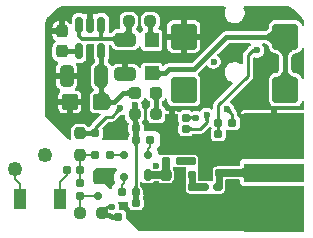
<source format=gtl>
%TF.GenerationSoftware,KiCad,Pcbnew,9.0.1-129-g6cd3a802a7*%
%TF.CreationDate,2025-04-11T10:19:02+02:00*%
%TF.ProjectId,LowCapacitanceProbe,4c6f7743-6170-4616-9369-74616e636550,1.0.0*%
%TF.SameCoordinates,PX58de3e8PY4a08a30*%
%TF.FileFunction,Copper,L1,Top*%
%TF.FilePolarity,Positive*%
%FSLAX45Y45*%
G04 Gerber Fmt 4.5, Leading zero omitted, Abs format (unit mm)*
G04 Created by KiCad (PCBNEW 9.0.1-129-g6cd3a802a7) date 2025-04-11 10:19:02*
%MOMM*%
%LPD*%
G01*
G04 APERTURE LIST*
G04 Aperture macros list*
%AMRoundRect*
0 Rectangle with rounded corners*
0 $1 Rounding radius*
0 $2 $3 $4 $5 $6 $7 $8 $9 X,Y pos of 4 corners*
0 Add a 4 corners polygon primitive as box body*
4,1,4,$2,$3,$4,$5,$6,$7,$8,$9,$2,$3,0*
0 Add four circle primitives for the rounded corners*
1,1,$1+$1,$2,$3*
1,1,$1+$1,$4,$5*
1,1,$1+$1,$6,$7*
1,1,$1+$1,$8,$9*
0 Add four rect primitives between the rounded corners*
20,1,$1+$1,$2,$3,$4,$5,0*
20,1,$1+$1,$4,$5,$6,$7,0*
20,1,$1+$1,$6,$7,$8,$9,0*
20,1,$1+$1,$8,$9,$2,$3,0*%
G04 Aperture macros list end*
%TA.AperFunction,SMDPad,CuDef*%
%ADD10RoundRect,0.155000X-0.155000X0.212500X-0.155000X-0.212500X0.155000X-0.212500X0.155000X0.212500X0*%
%TD*%
%TA.AperFunction,SMDPad,CuDef*%
%ADD11RoundRect,0.175000X0.175000X0.325000X-0.175000X0.325000X-0.175000X-0.325000X0.175000X-0.325000X0*%
%TD*%
%TA.AperFunction,SMDPad,CuDef*%
%ADD12RoundRect,0.150000X0.200000X0.150000X-0.200000X0.150000X-0.200000X-0.150000X0.200000X-0.150000X0*%
%TD*%
%TA.AperFunction,SMDPad,CuDef*%
%ADD13RoundRect,0.160000X-0.197500X-0.160000X0.197500X-0.160000X0.197500X0.160000X-0.197500X0.160000X0*%
%TD*%
%TA.AperFunction,SMDPad,CuDef*%
%ADD14R,5.080000X1.500000*%
%TD*%
%TA.AperFunction,SMDPad,CuDef*%
%ADD15RoundRect,0.250000X0.450000X0.425000X-0.450000X0.425000X-0.450000X-0.425000X0.450000X-0.425000X0*%
%TD*%
%TA.AperFunction,SMDPad,CuDef*%
%ADD16R,1.200000X1.200000*%
%TD*%
%TA.AperFunction,SMDPad,CuDef*%
%ADD17RoundRect,0.155000X0.155000X-0.212500X0.155000X0.212500X-0.155000X0.212500X-0.155000X-0.212500X0*%
%TD*%
%TA.AperFunction,SMDPad,CuDef*%
%ADD18RoundRect,0.237500X-0.237500X0.250000X-0.237500X-0.250000X0.237500X-0.250000X0.237500X0.250000X0*%
%TD*%
%TA.AperFunction,SMDPad,CuDef*%
%ADD19RoundRect,0.237500X-0.237500X0.300000X-0.237500X-0.300000X0.237500X-0.300000X0.237500X0.300000X0*%
%TD*%
%TA.AperFunction,SMDPad,CuDef*%
%ADD20RoundRect,0.160000X-0.222500X-0.160000X0.222500X-0.160000X0.222500X0.160000X-0.222500X0.160000X0*%
%TD*%
%TA.AperFunction,SMDPad,CuDef*%
%ADD21RoundRect,0.250000X-0.325000X-0.650000X0.325000X-0.650000X0.325000X0.650000X-0.325000X0.650000X0*%
%TD*%
%TA.AperFunction,SMDPad,CuDef*%
%ADD22RoundRect,0.160000X0.197500X0.160000X-0.197500X0.160000X-0.197500X-0.160000X0.197500X-0.160000X0*%
%TD*%
%TA.AperFunction,SMDPad,CuDef*%
%ADD23RoundRect,0.237500X-0.287500X-0.237500X0.287500X-0.237500X0.287500X0.237500X-0.287500X0.237500X0*%
%TD*%
%TA.AperFunction,SMDPad,CuDef*%
%ADD24RoundRect,0.155000X0.212500X0.155000X-0.212500X0.155000X-0.212500X-0.155000X0.212500X-0.155000X0*%
%TD*%
%TA.AperFunction,SMDPad,CuDef*%
%ADD25RoundRect,0.150000X-0.150000X0.512500X-0.150000X-0.512500X0.150000X-0.512500X0.150000X0.512500X0*%
%TD*%
%TA.AperFunction,ComponentPad*%
%ADD26C,2.000000*%
%TD*%
%TA.AperFunction,SMDPad,CuDef*%
%ADD27RoundRect,0.155000X-0.212500X-0.155000X0.212500X-0.155000X0.212500X0.155000X-0.212500X0.155000X0*%
%TD*%
%TA.AperFunction,SMDPad,CuDef*%
%ADD28RoundRect,0.250000X0.650000X-0.325000X0.650000X0.325000X-0.650000X0.325000X-0.650000X-0.325000X0*%
%TD*%
%TA.AperFunction,SMDPad,CuDef*%
%ADD29RoundRect,0.237500X0.250000X0.237500X-0.250000X0.237500X-0.250000X-0.237500X0.250000X-0.237500X0*%
%TD*%
%TA.AperFunction,SMDPad,CuDef*%
%ADD30RoundRect,0.160000X0.160000X-0.197500X0.160000X0.197500X-0.160000X0.197500X-0.160000X-0.197500X0*%
%TD*%
%TA.AperFunction,SMDPad,CuDef*%
%ADD31R,1.000000X1.800000*%
%TD*%
%TA.AperFunction,SMDPad,CuDef*%
%ADD32RoundRect,0.150000X-0.200000X0.150000X-0.200000X-0.150000X0.200000X-0.150000X0.200000X0.150000X0*%
%TD*%
%TA.AperFunction,SMDPad,CuDef*%
%ADD33RoundRect,0.250000X-0.850000X0.850000X-0.850000X-0.850000X0.850000X-0.850000X0.850000X0.850000X0*%
%TD*%
%TA.AperFunction,ComponentPad*%
%ADD34C,1.250000*%
%TD*%
%TA.AperFunction,ViaPad*%
%ADD35C,0.600000*%
%TD*%
%TA.AperFunction,Conductor*%
%ADD36C,0.640000*%
%TD*%
%TA.AperFunction,Conductor*%
%ADD37C,0.500000*%
%TD*%
%TA.AperFunction,Conductor*%
%ADD38C,0.400000*%
%TD*%
%TA.AperFunction,Conductor*%
%ADD39C,0.200000*%
%TD*%
%TA.AperFunction,Conductor*%
%ADD40C,0.250000*%
%TD*%
%TA.AperFunction,Conductor*%
%ADD41C,0.300000*%
%TD*%
%TA.AperFunction,Conductor*%
%ADD42C,0.620000*%
%TD*%
%TA.AperFunction,Conductor*%
%ADD43C,0.650000*%
%TD*%
G04 APERTURE END LIST*
D10*
%TO.P,C7,2*%
%TO.N,/OUT*%
X1821500Y510750D03*
%TO.P,C7,1*%
%TO.N,GND*%
X1821500Y624250D03*
%TD*%
D11*
%TO.P,Q1,1,S*%
%TO.N,/SOURCE*%
X1221500Y495000D03*
D12*
%TO.P,Q1,2,D*%
%TO.N,/DRAIN*%
X1221500Y665000D03*
%TO.P,Q1,3,G1*%
%TO.N,/G2*%
X1021500Y665000D03*
%TO.P,Q1,4,G2*%
%TO.N,/G1*%
X1021500Y475000D03*
%TD*%
D13*
%TO.P,R11,1*%
%TO.N,/G2_BIAS*%
X1818000Y937500D03*
%TO.P,R11,2*%
%TO.N,/POWER*%
X1937500Y937500D03*
%TD*%
D14*
%TO.P,J2,1,In*%
%TO.N,/OUT*%
X2292900Y515000D03*
%TO.P,J2,2,Ext*%
%TO.N,GND*%
X2292900Y940000D03*
X2292900Y90000D03*
%TD*%
D15*
%TO.P,C8,1*%
%TO.N,/+5V*%
X828500Y1114000D03*
%TO.P,C8,2*%
%TO.N,GND*%
X558500Y1114000D03*
%TD*%
D16*
%TO.P,D3,1,K*%
%TO.N,Net-(D3-K)*%
X1255000Y1635000D03*
%TO.P,D3,2,A*%
%TO.N,/PIN*%
X1255000Y1355000D03*
%TD*%
D17*
%TO.P,C5,1*%
%TO.N,/OUT_UNF*%
X1596500Y496750D03*
%TO.P,C5,2*%
%TO.N,Net-(C5-Pad2)*%
X1596500Y610250D03*
%TD*%
%TO.P,C11,1*%
%TO.N,Net-(D1-K)*%
X646500Y315000D03*
%TO.P,C11,2*%
%TO.N,/IN_2*%
X646500Y428500D03*
%TD*%
D18*
%TO.P,R14,1*%
%TO.N,/G2_BIAS*%
X646500Y847500D03*
%TO.P,R14,2*%
%TO.N,/IN_2*%
X646500Y665000D03*
%TD*%
%TO.P,R10,1*%
%TO.N,/SOURCE*%
X1371500Y495000D03*
%TO.P,R10,2*%
%TO.N,GND*%
X1371500Y312500D03*
%TD*%
D19*
%TO.P,C13,1*%
%TO.N,GND*%
X490500Y1713500D03*
%TO.P,C13,2*%
%TO.N,/BYPASS*%
X490500Y1541000D03*
%TD*%
D20*
%TO.P,L1,1,1*%
%TO.N,/OUT_UNF*%
X1699750Y390000D03*
%TO.P,L1,2,2*%
%TO.N,/OUT*%
X1814250Y390000D03*
%TD*%
D21*
%TO.P,C1,1*%
%TO.N,GND*%
X533500Y1334000D03*
%TO.P,C1,2*%
%TO.N,/+5V*%
X828500Y1334000D03*
%TD*%
D22*
%TO.P,R9,1*%
%TO.N,/G2*%
X896500Y665000D03*
%TO.P,R9,2*%
%TO.N,/IN_2*%
X777000Y665000D03*
%TD*%
D23*
%TO.P,FB1,1*%
%TO.N,/+5V*%
X1112500Y1191000D03*
%TO.P,FB1,2*%
%TO.N,Net-(FB1-Pad2)*%
X1287500Y1191000D03*
%TD*%
D24*
%TO.P,C12,1*%
%TO.N,GND*%
X1085000Y140000D03*
%TO.P,C12,2*%
%TO.N,/GAIN_TUNE*%
X971500Y140000D03*
%TD*%
D25*
%TO.P,U2,1,IN*%
%TO.N,/PIN_FILT*%
X828500Y1769000D03*
%TO.P,U2,2,GND*%
%TO.N,GND*%
X733500Y1769000D03*
%TO.P,U2,3,EN*%
%TO.N,/PIN_FILT*%
X638500Y1769000D03*
%TO.P,U2,4,BP*%
%TO.N,/BYPASS*%
X638500Y1541500D03*
%TO.P,U2,5,OUT*%
%TO.N,/+5V*%
X828500Y1541500D03*
%TD*%
D26*
%TO.P,TP3,1,1*%
%TO.N,GND*%
X1831500Y163000D03*
%TD*%
D27*
%TO.P,C3,1*%
%TO.N,Net-(C3-Pad1)*%
X536500Y540000D03*
%TO.P,C3,2*%
%TO.N,/IN_2*%
X650000Y540000D03*
%TD*%
D24*
%TO.P,C14,1*%
%TO.N,GND*%
X1235000Y258000D03*
%TO.P,C14,2*%
%TO.N,/POWER*%
X1121500Y258000D03*
%TD*%
D28*
%TO.P,C2,1*%
%TO.N,GND*%
X1030000Y1347500D03*
%TO.P,C2,2*%
%TO.N,/PIN_FILT*%
X1030000Y1642500D03*
%TD*%
D13*
%TO.P,R7,1*%
%TO.N,/POWER*%
X1120500Y790000D03*
%TO.P,R7,2*%
%TO.N,/DRAIN*%
X1240000Y790000D03*
%TD*%
D29*
%TO.P,R16,1*%
%TO.N,/GAIN_TUNE*%
X829000Y175000D03*
%TO.P,R16,2*%
%TO.N,Net-(D1-K)*%
X646500Y175000D03*
%TD*%
%TO.P,R19,1*%
%TO.N,Net-(FB1-Pad2)*%
X1291750Y1010000D03*
%TO.P,R19,2*%
%TO.N,/POWER*%
X1109250Y1010000D03*
%TD*%
D17*
%TO.P,C6,1*%
%TO.N,GND*%
X1596500Y281230D03*
%TO.P,C6,2*%
%TO.N,/OUT_UNF*%
X1596500Y394730D03*
%TD*%
D27*
%TO.P,C4,1*%
%TO.N,/G2_BIAS*%
X776500Y850000D03*
%TO.P,C4,2*%
%TO.N,GND*%
X890000Y850000D03*
%TD*%
D13*
%TO.P,R18,1*%
%TO.N,GND*%
X1423000Y980000D03*
%TO.P,R18,2*%
%TO.N,/GAIN_TUNE*%
X1542500Y980000D03*
%TD*%
D30*
%TO.P,R15,1*%
%TO.N,/OUT*%
X1919000Y515000D03*
%TO.P,R15,2*%
%TO.N,GND*%
X1919000Y634500D03*
%TD*%
D13*
%TO.P,R17,1*%
%TO.N,GND*%
X1423000Y885000D03*
%TO.P,R17,2*%
%TO.N,Net-(R17-Pad2)*%
X1542500Y885000D03*
%TD*%
%TO.P,R13,1*%
%TO.N,/SOURCE*%
X1371500Y615000D03*
%TO.P,R13,2*%
%TO.N,Net-(C5-Pad2)*%
X1491000Y615000D03*
%TD*%
D27*
%TO.P,C10,1*%
%TO.N,GND*%
X1008000Y890000D03*
%TO.P,C10,2*%
%TO.N,/POWER*%
X1121500Y890000D03*
%TD*%
D31*
%TO.P,C9,1*%
%TO.N,Net-(C3-Pad1)*%
X479000Y288000D03*
%TO.P,C9,2*%
%TO.N,/IN*%
X139000Y288000D03*
%TD*%
D32*
%TO.P,D1,1,K*%
%TO.N,Net-(D1-K)*%
X796500Y315000D03*
%TO.P,D1,2,A*%
%TO.N,GND*%
X796500Y455000D03*
%TD*%
D33*
%TO.P,J3,1*%
%TO.N,/PIN*%
X2385500Y1666000D03*
X2385500Y1216000D03*
%TO.P,J3,2*%
%TO.N,GND*%
X1525500Y1666000D03*
%TO.P,J3,3*%
%TO.N,unconnected-(J3-Pad3)*%
X1525500Y1216000D03*
%TD*%
D29*
%TO.P,R20,1*%
%TO.N,Net-(D3-K)*%
X1242500Y1800000D03*
%TO.P,R20,2*%
%TO.N,/PIN_FILT*%
X1060000Y1800000D03*
%TD*%
D22*
%TO.P,R8,1*%
%TO.N,/POWER*%
X1120250Y351000D03*
%TO.P,R8,2*%
%TO.N,/G1*%
X1000750Y351000D03*
%TD*%
%TO.P,R12,1*%
%TO.N,GND*%
X1937000Y842500D03*
%TO.P,R12,2*%
%TO.N,/G2_BIAS*%
X1817500Y842500D03*
%TD*%
D34*
%TO.P,TP1,1,1*%
%TO.N,/IN*%
X349000Y667500D03*
X95000Y544500D03*
%TD*%
D35*
%TO.N,GND*%
X1292000Y570000D03*
X734000Y1892000D03*
X2482500Y1440000D03*
X1627000Y1892000D03*
X2287000Y750000D03*
X1915000Y398000D03*
X1030000Y1457500D03*
X2362000Y750000D03*
X1820000Y1884000D03*
X2137000Y275000D03*
X1307000Y60000D03*
X732500Y1465000D03*
X1687000Y775000D03*
X2062000Y750000D03*
X2144000Y1460000D03*
X2362000Y275000D03*
X1607000Y60000D03*
X1382000Y60000D03*
X2287000Y275000D03*
X1712000Y500000D03*
X1532000Y60000D03*
X2412500Y1860000D03*
X929000Y916000D03*
X1022500Y823000D03*
X1156000Y161000D03*
X425000Y1335000D03*
X1706000Y650000D03*
X1002500Y959000D03*
X1016000Y236000D03*
X642500Y1335000D03*
X1255000Y1495000D03*
X1982000Y60000D03*
X1495000Y505000D03*
X2212000Y750000D03*
X1762000Y750000D03*
X795500Y522000D03*
X1527500Y1475000D03*
X1687000Y270000D03*
X2137000Y750000D03*
X1932000Y1746000D03*
X693500Y1114000D03*
X1912000Y750000D03*
X868500Y458000D03*
X1307500Y240000D03*
X1775000Y1355000D03*
X2512000Y275000D03*
X1363000Y1891000D03*
X1339000Y705000D03*
X492500Y1820000D03*
X1987000Y750000D03*
X1423000Y227000D03*
X1462500Y775000D03*
X2232000Y1892000D03*
X1612000Y775000D03*
X1235500Y335000D03*
X1962500Y1497500D03*
X1837000Y750000D03*
X2032500Y1115000D03*
X392500Y1715000D03*
X1457000Y60000D03*
X1157000Y60000D03*
X2212000Y275000D03*
X435000Y1115000D03*
X1487000Y275000D03*
X2512000Y750000D03*
X2081000Y1885000D03*
X1232000Y60000D03*
X1387000Y775000D03*
X2062000Y275000D03*
X1596500Y200000D03*
X1682000Y60000D03*
X1987000Y275000D03*
X1151000Y1892000D03*
X908500Y520500D03*
X2437000Y275000D03*
X939000Y1885000D03*
X1537000Y775000D03*
X2437000Y750000D03*
%TO.N,Net-(R17-Pad2)*%
X1720000Y1002500D03*
%TO.N,/G2_BIAS*%
X2147500Y1550000D03*
X986000Y1060000D03*
%TO.N,/POWER*%
X1109000Y1085000D03*
X1892500Y1052500D03*
%TO.N,/GAIN_TUNE*%
X917500Y222500D03*
X1777500Y1455000D03*
X1627500Y980000D03*
%TD*%
D36*
%TO.N,/OUT_UNF*%
X1699750Y390000D02*
X1599000Y390000D01*
D37*
%TO.N,GND*%
X1374000Y305000D02*
X1371500Y307500D01*
X2486500Y90000D02*
X2296500Y90000D01*
X2231500Y940000D02*
X2296500Y940000D01*
X1006500Y888500D02*
X1008000Y890000D01*
X2106500Y940000D02*
X2296500Y940000D01*
X1006500Y891500D02*
X1008000Y890000D01*
X2486500Y940000D02*
X2296500Y940000D01*
X891500Y851500D02*
X890000Y850000D01*
X891500Y848500D02*
X890000Y850000D01*
X2351500Y940000D02*
X2296500Y940000D01*
D38*
%TO.N,/+5V*%
X1111500Y1190000D02*
X1112500Y1191000D01*
X828500Y1334000D02*
X828500Y1114000D01*
X828500Y1541500D02*
X828500Y1334000D01*
X938500Y1114000D02*
X1014500Y1190000D01*
X828500Y1114000D02*
X938500Y1114000D01*
X1014500Y1190000D02*
X1111500Y1190000D01*
D39*
%TO.N,Net-(C3-Pad1)*%
X536500Y536500D02*
X533000Y540000D01*
D40*
X496500Y310000D02*
X472500Y334000D01*
D39*
X479000Y313000D02*
X479000Y435000D01*
D40*
X525000Y540000D02*
X533000Y540000D01*
D39*
X479000Y435000D02*
X536500Y492500D01*
X536500Y492500D02*
X536500Y536500D01*
D36*
%TO.N,Net-(C5-Pad2)*%
X1491000Y615000D02*
X1595000Y615000D01*
D39*
%TO.N,Net-(D1-K)*%
X646500Y315000D02*
X796500Y315000D01*
X646500Y175000D02*
X646500Y315000D01*
%TO.N,Net-(D3-K)*%
X1242500Y1647500D02*
X1255000Y1635000D01*
D38*
X1242500Y1800000D02*
X1242500Y1647500D01*
%TO.N,Net-(FB1-Pad2)*%
X1287500Y1171000D02*
X1287500Y1191000D01*
X1291750Y1010000D02*
X1291750Y1166750D01*
X1291750Y1166750D02*
X1287500Y1171000D01*
D40*
%TO.N,Net-(R17-Pad2)*%
X1662500Y885000D02*
X1542500Y885000D01*
X1720000Y942500D02*
X1662500Y885000D01*
X1720000Y1002500D02*
X1720000Y942500D01*
D41*
%TO.N,/PIN_FILT*%
X828500Y1653500D02*
X832000Y1650000D01*
D40*
X1060000Y1672500D02*
X1030000Y1642500D01*
D41*
X638500Y1673500D02*
X638500Y1769000D01*
X1022500Y1650000D02*
X832000Y1650000D01*
D38*
X1060000Y1800000D02*
X1060000Y1672500D01*
D41*
X832000Y1650000D02*
X662000Y1650000D01*
X1030000Y1642500D02*
X1022500Y1650000D01*
X828500Y1769000D02*
X828500Y1653500D01*
X662000Y1650000D02*
X638500Y1673500D01*
D39*
%TO.N,/IN_2*%
X777000Y665000D02*
X646500Y665000D01*
X646500Y540000D02*
X646500Y428500D01*
X646500Y540000D02*
X646500Y665000D01*
D40*
%TO.N,/G2_BIAS*%
X1818000Y1085000D02*
X2069000Y1336000D01*
D38*
X776500Y850000D02*
X649000Y850000D01*
D40*
X1818000Y843000D02*
X1817500Y842500D01*
X2069000Y1511500D02*
X2107500Y1550000D01*
X1818000Y937500D02*
X1818000Y843000D01*
X776500Y896000D02*
X776500Y850000D01*
X986000Y1060000D02*
X915000Y989000D01*
X649000Y850000D02*
X646500Y847500D01*
X2069000Y1336000D02*
X2069000Y1511500D01*
X2107500Y1550000D02*
X2147500Y1550000D01*
X1818000Y937500D02*
X1818000Y1085000D01*
X915000Y989000D02*
X869500Y989000D01*
X869500Y989000D02*
X776500Y896000D01*
D42*
%TO.N,/OUT_UNF*%
X1596500Y501500D02*
X1596500Y390000D01*
%TO.N,/OUT*%
X1821500Y515000D02*
X1821500Y390000D01*
D43*
X1937000Y515000D02*
X2296500Y515000D01*
X1937000Y515000D02*
X1824000Y515000D01*
D39*
%TO.N,/IN*%
X95000Y461000D02*
X139000Y417000D01*
X139000Y417000D02*
X139000Y313000D01*
X95000Y539500D02*
X95000Y461000D01*
D37*
%TO.N,/POWER*%
X1121500Y258000D02*
X1121500Y340000D01*
D38*
X1109250Y1084750D02*
X1109000Y1085000D01*
D40*
X1937500Y937500D02*
X1937500Y1007500D01*
X1120500Y790000D02*
X1120500Y341000D01*
D38*
X1109250Y1010000D02*
X1109250Y948250D01*
D40*
X1120500Y341000D02*
X1121500Y340000D01*
D38*
X1109250Y948250D02*
X1121500Y936000D01*
D40*
X1937500Y1007500D02*
X1892500Y1052500D01*
D38*
X1109250Y1010000D02*
X1109250Y1084750D01*
D40*
X1121500Y791000D02*
X1120500Y790000D01*
D37*
X1121500Y890000D02*
X1121500Y791000D01*
D38*
X1121500Y936000D02*
X1121500Y890000D01*
D40*
%TO.N,/GAIN_TUNE*%
X852500Y197500D02*
X830000Y175000D01*
X971500Y140000D02*
X972500Y140000D01*
D39*
X1542500Y980000D02*
X1627500Y980000D01*
D40*
X829000Y172500D02*
X829000Y175000D01*
X852500Y198500D02*
X852500Y197500D01*
D38*
X971500Y140000D02*
X916000Y140000D01*
X916000Y140000D02*
X896000Y160000D01*
D40*
X841500Y160000D02*
X829000Y172500D01*
D38*
X896000Y160000D02*
X841500Y160000D01*
D40*
X830000Y175000D02*
X829000Y175000D01*
X917500Y222500D02*
X876500Y222500D01*
X876500Y222500D02*
X852500Y198500D01*
D38*
%TO.N,/BYPASS*%
X490500Y1541000D02*
X638000Y1541000D01*
X638000Y1541000D02*
X638500Y1541500D01*
%TO.N,/PIN*%
X1362500Y1355000D02*
X1400000Y1392500D01*
X1881000Y1661000D02*
X2385500Y1661000D01*
X2385500Y1211000D02*
X2385500Y1661000D01*
X1612500Y1392500D02*
X1881000Y1661000D01*
X1400000Y1392500D02*
X1612500Y1392500D01*
X1255000Y1355000D02*
X1362500Y1355000D01*
D39*
%TO.N,/DRAIN*%
X1221500Y715000D02*
X1240000Y733500D01*
D40*
X1221500Y771500D02*
X1240000Y790000D01*
D39*
X1221500Y665000D02*
X1221500Y715000D01*
X1240000Y733500D02*
X1240000Y790000D01*
D43*
%TO.N,/SOURCE*%
X1221500Y495000D02*
X1366500Y495000D01*
X1371500Y613000D02*
X1371500Y490000D01*
X1366500Y495000D02*
X1371500Y490000D01*
D39*
%TO.N,/G2*%
X896500Y665000D02*
X1021500Y665000D01*
%TO.N,/G1*%
X1021500Y475000D02*
X1021500Y428000D01*
X1000750Y407250D02*
X1000750Y351000D01*
X1021500Y428000D02*
X1000750Y407250D01*
%TD*%
%TA.AperFunction,Conductor*%
%TO.N,GND*%
G36*
X2546950Y29950D02*
G01*
X2545059Y24131D01*
X2540109Y20535D01*
X2537050Y20050D01*
X1144801Y20050D01*
X1138982Y21941D01*
X1137800Y22950D01*
X1041200Y119550D01*
X1038422Y125002D01*
X1038300Y126551D01*
X1038300Y160987D01*
X1038300Y160987D01*
X1038011Y164064D01*
X1038011Y164064D01*
X1033476Y177024D01*
X1033476Y177025D01*
X1025323Y188072D01*
X1025322Y188073D01*
X1014275Y196226D01*
X1001314Y200761D01*
X1001313Y200761D01*
X998237Y201050D01*
X998236Y201050D01*
X986823Y201050D01*
X981004Y202941D01*
X977407Y207891D01*
X977260Y213512D01*
X977330Y213775D01*
X977550Y214594D01*
X977550Y230406D01*
X973458Y245678D01*
X968595Y254100D01*
X967323Y260085D01*
X969812Y265675D01*
X975111Y268734D01*
X977168Y268950D01*
X1025838Y268950D01*
X1032493Y269555D01*
X1041617Y272398D01*
X1041855Y272472D01*
X1047973Y272398D01*
X1052879Y268742D01*
X1054700Y263020D01*
X1054700Y237013D01*
X1054989Y233937D01*
X1054989Y233936D01*
X1059524Y220975D01*
X1067677Y209928D01*
X1067678Y209927D01*
X1078725Y201774D01*
X1078725Y201774D01*
X1078726Y201774D01*
X1091686Y197239D01*
X1094763Y196950D01*
X1094763Y196950D01*
X1094764Y196950D01*
X1148237Y196950D01*
X1148237Y196950D01*
X1151314Y197239D01*
X1164275Y201774D01*
X1175323Y209927D01*
X1183476Y220975D01*
X1188011Y233936D01*
X1188300Y237013D01*
X1188300Y237013D01*
X1188300Y278987D01*
X1188300Y278987D01*
X1188011Y282064D01*
X1188011Y282064D01*
X1183476Y295025D01*
X1179942Y299813D01*
X1178008Y305618D01*
X1179855Y311451D01*
X1179942Y311571D01*
X1181173Y313239D01*
X1184939Y324000D01*
X2546950Y324000D01*
X2546950Y29950D01*
G37*
%TD.AperFunction*%
%TA.AperFunction,Conductor*%
G36*
X954924Y551609D02*
G01*
X958520Y546659D01*
X958520Y540541D01*
X956105Y536600D01*
X952363Y532858D01*
X949692Y530186D01*
X941326Y516040D01*
X936740Y500257D01*
X936740Y500257D01*
X936450Y496569D01*
X936450Y453431D01*
X936740Y449743D01*
X936740Y449743D01*
X936740Y449743D01*
X936898Y449200D01*
X940193Y437857D01*
X941326Y433960D01*
X942219Y432450D01*
X942244Y432407D01*
X942430Y431577D01*
X942965Y430915D01*
X943084Y428650D01*
X943579Y426436D01*
X943285Y424805D01*
X943181Y424416D01*
X940264Y419924D01*
X940390Y419799D01*
X928625Y408034D01*
X928624Y408033D01*
X920327Y394307D01*
X920326Y394306D01*
X915901Y380106D01*
X912365Y375113D01*
X906569Y373152D01*
X900728Y374972D01*
X899450Y376050D01*
X856500Y419000D01*
X856500Y419000D01*
X782759Y419000D01*
X780828Y419190D01*
X779231Y419508D01*
X776062Y420138D01*
X772493Y421616D01*
X768453Y424316D01*
X766953Y425547D01*
X766047Y426453D01*
X764816Y427953D01*
X764350Y428650D01*
X762116Y431993D01*
X760638Y435562D01*
X759690Y440328D01*
X759500Y442259D01*
X759500Y520241D01*
X759690Y522172D01*
X760638Y526938D01*
X762116Y530507D01*
X764816Y534548D01*
X766047Y536047D01*
X776953Y546953D01*
X778452Y548184D01*
X782493Y550884D01*
X786062Y552362D01*
X788586Y552864D01*
X790828Y553310D01*
X792759Y553500D01*
X949105Y553500D01*
X954924Y551609D01*
G37*
%TD.AperFunction*%
%TA.AperFunction,Conductor*%
G36*
X1212950Y982038D02*
G01*
X1213988Y973392D01*
X1218419Y962158D01*
X1219414Y959634D01*
X1228350Y947850D01*
X1240134Y938914D01*
X1253892Y933488D01*
X1262538Y932450D01*
X1262538Y932450D01*
X1320962Y932450D01*
X1320962Y932450D01*
X1329608Y933488D01*
X1343366Y938914D01*
X1355150Y947850D01*
X1364086Y959634D01*
X1369512Y973392D01*
X1370550Y982038D01*
X1370550Y1015000D01*
X1480610Y1015000D01*
X1476992Y1004658D01*
X1476992Y1004657D01*
X1476700Y1001548D01*
X1476700Y958453D01*
X1476992Y955343D01*
X1476992Y955342D01*
X1481577Y942239D01*
X1484426Y938379D01*
X1486360Y932574D01*
X1484513Y926741D01*
X1484426Y926621D01*
X1481577Y922761D01*
X1476992Y909658D01*
X1476992Y909657D01*
X1476700Y906548D01*
X1476700Y863453D01*
X1476992Y860343D01*
X1476992Y860342D01*
X1481577Y847239D01*
X1489819Y836070D01*
X1489820Y836070D01*
X1489820Y836070D01*
X1489820Y836070D01*
X1489820Y836069D01*
X1500989Y827827D01*
X1500989Y827827D01*
X1500989Y827827D01*
X1514092Y823242D01*
X1517203Y822950D01*
X1567797Y822950D01*
X1567797Y822950D01*
X1568316Y822999D01*
X1570908Y823242D01*
X1584011Y827827D01*
X1595180Y836070D01*
X1596921Y838429D01*
X1601898Y841988D01*
X1604886Y842450D01*
X1668102Y842450D01*
X1668102Y842450D01*
X1678924Y845350D01*
X1678924Y845350D01*
X1678924Y845350D01*
X1682196Y847239D01*
X1688626Y850951D01*
X1740839Y903164D01*
X1746290Y905942D01*
X1752334Y904985D01*
X1756084Y901643D01*
X1756773Y900607D01*
X1757077Y899739D01*
X1759820Y896022D01*
X1759955Y895818D01*
X1760716Y893095D01*
X1761610Y890413D01*
X1761533Y890170D01*
X1761601Y889925D01*
X1760616Y887274D01*
X1759763Y884580D01*
X1759676Y884460D01*
X1756577Y880261D01*
X1756576Y880260D01*
X1751992Y867158D01*
X1751992Y867157D01*
X1751700Y864048D01*
X1751700Y820953D01*
X1751992Y817843D01*
X1751992Y817842D01*
X1756577Y804739D01*
X1764819Y793570D01*
X1764820Y793570D01*
X1764820Y793570D01*
X1764820Y793570D01*
X1764820Y793569D01*
X1775989Y785327D01*
X1775989Y785327D01*
X1775989Y785327D01*
X1789092Y780742D01*
X1792203Y780450D01*
X1842797Y780450D01*
X1842797Y780450D01*
X1843316Y780499D01*
X1845908Y780742D01*
X1859011Y785327D01*
X1870180Y793570D01*
X1878423Y804739D01*
X1883008Y817842D01*
X1883300Y820953D01*
X1883300Y864047D01*
X1883008Y867158D01*
X1882736Y867936D01*
X1882599Y874053D01*
X1886083Y879082D01*
X1891858Y881103D01*
X1895350Y880550D01*
X1895989Y880327D01*
X1895989Y880327D01*
X1909092Y875742D01*
X1912203Y875450D01*
X1962797Y875450D01*
X1962797Y875450D01*
X1963316Y875499D01*
X1965908Y875742D01*
X1979011Y880327D01*
X1990180Y888570D01*
X1998423Y899739D01*
X2003008Y912842D01*
X2003300Y915953D01*
X2003300Y959047D01*
X2003008Y962158D01*
X1998423Y975261D01*
X1997250Y976851D01*
X1990180Y986430D01*
X1990180Y986430D01*
X1990180Y986430D01*
X1990180Y986430D01*
X1990179Y986431D01*
X1984071Y990939D01*
X1980512Y995916D01*
X1980050Y998904D01*
X1980050Y1013102D01*
X1980050Y1013102D01*
X1979541Y1015000D01*
X2546950Y1015000D01*
X2546950Y700000D01*
X1303429Y700000D01*
X1301674Y706040D01*
X1299461Y709783D01*
X1298126Y715754D01*
X1300556Y721369D01*
X1300980Y721821D01*
X1312125Y732966D01*
X1320423Y746693D01*
X1325195Y762007D01*
X1325800Y768662D01*
X1325800Y811338D01*
X1325195Y817993D01*
X1321761Y829013D01*
X1320424Y833306D01*
X1320423Y833307D01*
X1312126Y847033D01*
X1312125Y847033D01*
X1312125Y847033D01*
X1300784Y858375D01*
X1300783Y858375D01*
X1300783Y858376D01*
X1287057Y866673D01*
X1287056Y866674D01*
X1271744Y871445D01*
X1267307Y871848D01*
X1265088Y872050D01*
X1265088Y872050D01*
X1214913Y872050D01*
X1214911Y872050D01*
X1208257Y871445D01*
X1201145Y869229D01*
X1195027Y869303D01*
X1190121Y872959D01*
X1188300Y878681D01*
X1188300Y910987D01*
X1188300Y910987D01*
X1188126Y912842D01*
X1188011Y914064D01*
X1183476Y927024D01*
X1181244Y930049D01*
X1174882Y938669D01*
X1175112Y938839D01*
X1172912Y943157D01*
X1173869Y949200D01*
X1174802Y950687D01*
X1181586Y959634D01*
X1187012Y973392D01*
X1188050Y982038D01*
X1188050Y1015000D01*
X1212950Y1015000D01*
X1212950Y982038D01*
G37*
%TD.AperFunction*%
%TA.AperFunction,Conductor*%
G36*
X1027174Y1006533D02*
G01*
X1030234Y1001234D01*
X1030450Y999176D01*
X1030450Y982038D01*
X1031488Y973392D01*
X1035918Y962158D01*
X1036914Y959634D01*
X1045850Y947850D01*
X1047936Y946268D01*
X1056769Y939570D01*
X1060263Y934547D01*
X1060138Y928430D01*
X1059541Y927057D01*
X1059524Y927025D01*
X1054989Y914064D01*
X1054989Y914063D01*
X1054700Y910987D01*
X1054700Y869013D01*
X1054989Y865937D01*
X1054989Y865936D01*
X1059524Y852976D01*
X1059524Y852975D01*
X1064516Y846212D01*
X1064528Y846175D01*
X1064559Y846152D01*
X1065495Y843274D01*
X1066450Y840407D01*
X1066450Y840333D01*
X1066450Y840332D01*
X1064559Y834513D01*
X1064516Y834453D01*
X1059577Y827761D01*
X1054992Y814658D01*
X1054992Y814657D01*
X1054700Y811548D01*
X1054700Y800900D01*
X1052809Y795081D01*
X1047859Y791484D01*
X1044800Y791000D01*
X841868Y791000D01*
X836049Y792891D01*
X832453Y797841D01*
X832453Y803959D01*
X833903Y806779D01*
X837422Y811547D01*
X838476Y812975D01*
X843011Y825936D01*
X843300Y829013D01*
X843300Y829013D01*
X843300Y870987D01*
X843300Y870987D01*
X843257Y871445D01*
X843011Y874064D01*
X839374Y884460D01*
X838476Y887024D01*
X838164Y887615D01*
X837116Y893643D01*
X839812Y899136D01*
X839916Y899242D01*
X884225Y943550D01*
X889677Y946328D01*
X891226Y946450D01*
X920602Y946450D01*
X920602Y946450D01*
X931424Y949350D01*
X931424Y949350D01*
X931424Y949350D01*
X941126Y954951D01*
X941126Y954951D01*
X941126Y954951D01*
X979680Y993505D01*
X980646Y994353D01*
X981108Y994708D01*
X982333Y995439D01*
X984199Y997084D01*
X984463Y997287D01*
X985036Y997490D01*
X987349Y998824D01*
X988554Y999228D01*
X990145Y999619D01*
X991456Y999827D01*
X993010Y999950D01*
X993905Y999950D01*
X993906Y999950D01*
X1009178Y1004042D01*
X1015600Y1007750D01*
X1021585Y1009022D01*
X1027174Y1006533D01*
G37*
%TD.AperFunction*%
%TA.AperFunction,Conductor*%
G36*
X818693Y1014559D02*
G01*
X822290Y1009609D01*
X822290Y1003491D01*
X819875Y999550D01*
X750374Y930048D01*
X750374Y930049D01*
X742451Y922126D01*
X736850Y912424D01*
X736850Y912424D01*
X736446Y910919D01*
X736320Y910724D01*
X736322Y910492D01*
X734665Y908176D01*
X733114Y905787D01*
X732763Y905516D01*
X728491Y902363D01*
X722687Y900429D01*
X721564Y900525D01*
X721562Y900502D01*
X720651Y900580D01*
X720670Y900803D01*
X715655Y902396D01*
X713532Y904462D01*
X713136Y904985D01*
X708650Y910900D01*
X696866Y919836D01*
X683108Y925262D01*
X674462Y926300D01*
X674462Y926300D01*
X618538Y926300D01*
X618538Y926300D01*
X609892Y925262D01*
X596134Y919836D01*
X584350Y910900D01*
X584350Y910900D01*
X575414Y899116D01*
X569988Y885358D01*
X568950Y876712D01*
X568950Y818288D01*
X569988Y809642D01*
X571842Y804943D01*
X571921Y803650D01*
X572463Y802474D01*
X572104Y800671D01*
X572217Y798836D01*
X571522Y797743D01*
X571269Y796473D01*
X569919Y795225D01*
X568932Y793674D01*
X567727Y793199D01*
X566776Y792320D01*
X564950Y792104D01*
X563240Y791429D01*
X560700Y791601D01*
X557999Y792138D01*
X554431Y793616D01*
X550391Y796316D01*
X548890Y797547D01*
X354450Y991988D01*
X351672Y997440D01*
X351550Y998988D01*
X351550Y1015000D01*
X435437Y1015000D01*
X560438Y1015000D01*
X817337Y1015000D01*
X818693Y1014559D01*
G37*
%TD.AperFunction*%
%TD*%
%TA.AperFunction,Conductor*%
%TO.N,GND*%
G36*
X1466720Y562999D02*
G01*
X1466728Y563000D01*
X1467502Y562998D01*
X1467828Y562950D01*
X1482713Y562950D01*
X1482742Y562950D01*
X1484147Y562950D01*
X1533600Y562950D01*
X1540304Y560982D01*
X1544879Y555701D01*
X1546000Y550550D01*
X1546000Y526048D01*
X1545870Y524261D01*
X1545450Y521374D01*
X1545450Y508221D01*
X1545450Y419354D01*
X1545450Y370106D01*
X1546205Y364923D01*
X1546457Y363196D01*
X1551668Y352537D01*
X1560057Y344148D01*
X1570716Y338937D01*
X1570716Y338937D01*
X1570716Y338937D01*
X1577626Y337930D01*
X1577626Y337930D01*
X1615546Y337930D01*
X1616099Y337950D01*
X1708012Y337950D01*
X1708013Y337950D01*
X1725421Y337950D01*
X1725749Y337998D01*
X1726525Y338000D01*
X1726528Y337999D01*
X1726558Y338000D01*
X1787440Y338000D01*
X1788337Y337968D01*
X1788577Y337950D01*
X1788578Y337950D01*
X1839921Y337950D01*
X1846929Y338971D01*
X1846929Y338971D01*
X1846929Y338971D01*
X1857737Y344255D01*
X1857737Y344255D01*
X1866245Y352762D01*
X1866245Y352763D01*
X1868887Y358167D01*
X1871529Y363571D01*
X1872550Y370578D01*
X1872550Y388237D01*
X1872550Y447600D01*
X1872805Y448469D01*
X1872676Y449365D01*
X1873774Y451769D01*
X1874518Y454304D01*
X1875202Y454897D01*
X1875579Y455720D01*
X1877802Y457149D01*
X1879799Y458879D01*
X1880850Y459108D01*
X1881456Y459498D01*
X1884950Y460000D01*
X1893189Y460000D01*
X1894976Y459870D01*
X1895875Y459740D01*
X1899578Y459200D01*
X1938421Y459200D01*
X1945429Y460221D01*
X1947411Y461190D01*
X1952857Y462450D01*
X1985600Y462450D01*
X1992304Y460481D01*
X1996879Y455201D01*
X1998000Y450050D01*
X1998000Y424250D01*
X2022250Y400000D01*
X2534550Y400000D01*
X2541254Y398031D01*
X2545829Y392751D01*
X2546950Y387600D01*
X2546950Y324000D01*
X1174750Y324000D01*
X1175029Y324571D01*
X1176050Y331579D01*
X1176050Y370421D01*
X1175029Y377429D01*
X1175029Y377429D01*
X1175029Y377429D01*
X1169745Y388237D01*
X1169745Y388238D01*
X1161237Y396745D01*
X1160004Y397348D01*
X1158806Y398442D01*
X1157330Y399117D01*
X1156280Y400751D01*
X1154846Y402061D01*
X1154390Y403690D01*
X1153552Y404994D01*
X1153050Y408488D01*
X1153050Y430410D01*
X1155019Y437114D01*
X1160299Y441689D01*
X1167215Y442684D01*
X1173570Y439781D01*
X1174218Y439178D01*
X1181879Y431517D01*
X1192188Y426477D01*
X1193138Y426013D01*
X1200436Y424950D01*
X1200437Y424950D01*
X1242563Y424950D01*
X1242564Y424950D01*
X1249863Y426013D01*
X1258856Y430410D01*
X1261121Y431517D01*
X1261121Y431517D01*
X1268422Y438818D01*
X1274554Y442167D01*
X1277190Y442450D01*
X1307522Y442450D01*
X1314225Y440481D01*
X1316289Y438819D01*
X1316429Y438679D01*
X1327052Y430838D01*
X1327052Y430838D01*
X1327053Y430838D01*
X1339515Y426477D01*
X1339515Y426477D01*
X1342474Y426200D01*
X1342474Y426200D01*
X1400526Y426200D01*
X1403485Y426477D01*
X1415947Y430838D01*
X1426571Y438679D01*
X1434412Y449302D01*
X1438772Y461765D01*
X1439050Y464724D01*
X1439050Y525276D01*
X1438772Y528235D01*
X1434412Y540698D01*
X1434411Y540698D01*
X1432538Y543237D01*
X1430141Y549800D01*
X1431672Y556617D01*
X1436646Y561524D01*
X1442515Y563000D01*
X1466689Y563000D01*
X1466720Y562999D01*
G37*
%TD.AperFunction*%
%TA.AperFunction,Conductor*%
G36*
X2546950Y642400D02*
G01*
X2544982Y635696D01*
X2539701Y631121D01*
X2534550Y630000D01*
X2022000Y630000D01*
X1998000Y606000D01*
X1998000Y579950D01*
X1996031Y573246D01*
X1990751Y568671D01*
X1985600Y567550D01*
X1952857Y567550D01*
X1947411Y568810D01*
X1945429Y569779D01*
X1938421Y570800D01*
X1938421Y570800D01*
X1899579Y570800D01*
X1892571Y569779D01*
X1891715Y569361D01*
X1890589Y568810D01*
X1885143Y567550D01*
X1840374Y567550D01*
X1802626Y567550D01*
X1798019Y566879D01*
X1795716Y566543D01*
X1785057Y561332D01*
X1785057Y561332D01*
X1776668Y552943D01*
X1776668Y552943D01*
X1771457Y542284D01*
X1771079Y539693D01*
X1770450Y535374D01*
X1770450Y535374D01*
X1770450Y454400D01*
X1768481Y447696D01*
X1763201Y443121D01*
X1758050Y442000D01*
X1726560Y442000D01*
X1725663Y442032D01*
X1725422Y442050D01*
X1725421Y442050D01*
X1706603Y442050D01*
X1706602Y442050D01*
X1659950Y442050D01*
X1653246Y444018D01*
X1648671Y449299D01*
X1647550Y454450D01*
X1647550Y521374D01*
X1647129Y524261D01*
X1647000Y526048D01*
X1647000Y580952D01*
X1647129Y582740D01*
X1647494Y585240D01*
X1647550Y585626D01*
X1647550Y634874D01*
X1646543Y641784D01*
X1641332Y652443D01*
X1641332Y652443D01*
X1641332Y652443D01*
X1632943Y660832D01*
X1622284Y666043D01*
X1620556Y666295D01*
X1615374Y667050D01*
X1601852Y667050D01*
X1484147Y667050D01*
X1484147Y667050D01*
X1467829Y667050D01*
X1467589Y667033D01*
X1466692Y667000D01*
X1395810Y667000D01*
X1394913Y667033D01*
X1394672Y667050D01*
X1348329Y667050D01*
X1348089Y667033D01*
X1347192Y667000D01*
X1318950Y667000D01*
X1312246Y668969D01*
X1307671Y674249D01*
X1306550Y679400D01*
X1306550Y686569D01*
X1306550Y686570D01*
X1306260Y690257D01*
X1306260Y690257D01*
X1303429Y700000D01*
X2546950Y700000D01*
X2546950Y642400D01*
G37*
%TD.AperFunction*%
%TD*%
%TA.AperFunction,Conductor*%
%TO.N,GND*%
G36*
X1875385Y1921481D02*
G01*
X1879961Y1916201D01*
X1880955Y1909285D01*
X1880137Y1906305D01*
X1873718Y1890808D01*
X1873718Y1890807D01*
X1870450Y1874377D01*
X1870450Y1857623D01*
X1873718Y1841193D01*
X1873718Y1841192D01*
X1880129Y1825714D01*
X1889437Y1811784D01*
X1901284Y1799937D01*
X1910549Y1793746D01*
X1915214Y1790630D01*
X1915214Y1790630D01*
X1915214Y1790630D01*
X1918720Y1789177D01*
X1930692Y1784218D01*
X1942526Y1781864D01*
X1947123Y1780950D01*
X1947123Y1780950D01*
X1947123Y1780950D01*
X1963877Y1780950D01*
X1963877Y1780950D01*
X1980308Y1784218D01*
X1995786Y1790630D01*
X2009716Y1799937D01*
X2021563Y1811784D01*
X2030870Y1825714D01*
X2037282Y1841192D01*
X2040550Y1857623D01*
X2040550Y1874377D01*
X2037282Y1890808D01*
X2031638Y1904433D01*
X2030863Y1906305D01*
X2030116Y1913252D01*
X2033243Y1919500D01*
X2039252Y1923065D01*
X2042319Y1923450D01*
X2393797Y1923450D01*
X2394779Y1923411D01*
X2408836Y1922294D01*
X2409083Y1922274D01*
X2411021Y1921964D01*
X2424488Y1918701D01*
X2426353Y1918089D01*
X2430867Y1916201D01*
X2439138Y1912742D01*
X2440881Y1911844D01*
X2452662Y1904546D01*
X2454244Y1903383D01*
X2465111Y1893985D01*
X2465762Y1893379D01*
X2465792Y1893350D01*
X2468271Y1890836D01*
X2468335Y1890809D01*
X2469129Y1890016D01*
X2469218Y1889927D01*
X2469219Y1889925D01*
X2469223Y1889922D01*
X2517335Y1841810D01*
X2518001Y1841089D01*
X2527295Y1830195D01*
X2528445Y1828609D01*
X2535651Y1816805D01*
X2536536Y1815058D01*
X2541793Y1802268D01*
X2542392Y1800402D01*
X2545568Y1786944D01*
X2545866Y1785007D01*
X2546681Y1773950D01*
X2545210Y1767119D01*
X2540280Y1762168D01*
X2533456Y1760668D01*
X2526905Y1763096D01*
X2522779Y1768490D01*
X2518936Y1778234D01*
X2518936Y1778234D01*
X2518936Y1778234D01*
X2509792Y1790292D01*
X2497734Y1799436D01*
X2488119Y1803228D01*
X2483656Y1804988D01*
X2483656Y1804988D01*
X2483656Y1804988D01*
X2479093Y1805536D01*
X2474810Y1806050D01*
X2296190Y1806050D01*
X2292285Y1805581D01*
X2287344Y1804988D01*
X2273266Y1799436D01*
X2261208Y1790292D01*
X2252064Y1778234D01*
X2246512Y1764156D01*
X2245442Y1755242D01*
X2245361Y1754416D01*
X2245221Y1753394D01*
X2244917Y1752415D01*
X2243867Y1743458D01*
X2243852Y1743345D01*
X2243794Y1743216D01*
X2243184Y1740689D01*
X2241294Y1735618D01*
X2239966Y1733030D01*
X2236564Y1727969D01*
X2234776Y1725862D01*
X2229496Y1720888D01*
X2227369Y1719278D01*
X2219772Y1714724D01*
X2217903Y1713807D01*
X2215965Y1713051D01*
X2214500Y1712582D01*
X2212786Y1712149D01*
X2210926Y1711826D01*
X2207647Y1711512D01*
X2207647Y1711512D01*
X2207575Y1711493D01*
X2207442Y1711475D01*
X2207120Y1711416D01*
X2207117Y1711431D01*
X2204292Y1711050D01*
X1874411Y1711050D01*
X1866409Y1708906D01*
X1866409Y1708906D01*
X1861681Y1707639D01*
X1861681Y1707639D01*
X1861681Y1707639D01*
X1850269Y1701050D01*
X1850268Y1701050D01*
X1595400Y1446182D01*
X1589268Y1442833D01*
X1586632Y1442550D01*
X1393411Y1442550D01*
X1380681Y1439139D01*
X1369269Y1432550D01*
X1361834Y1425115D01*
X1355702Y1421767D01*
X1348733Y1422265D01*
X1343139Y1426453D01*
X1341723Y1428874D01*
X1340221Y1432276D01*
X1332277Y1440221D01*
X1327001Y1442550D01*
X1321999Y1444758D01*
X1319487Y1445050D01*
X1190514Y1445050D01*
X1190512Y1445050D01*
X1188001Y1444759D01*
X1188001Y1444758D01*
X1177724Y1440221D01*
X1169779Y1432277D01*
X1165242Y1421999D01*
X1165242Y1421999D01*
X1164950Y1419487D01*
X1164950Y1415655D01*
X1162982Y1408951D01*
X1157701Y1404375D01*
X1150785Y1403381D01*
X1144430Y1406283D01*
X1142670Y1408162D01*
X1134256Y1419256D01*
X1122210Y1428392D01*
X1108144Y1433939D01*
X1099305Y1435000D01*
X1055000Y1435000D01*
X1055000Y1359900D01*
X1053032Y1353196D01*
X1047751Y1348621D01*
X1042600Y1347500D01*
X1017400Y1347500D01*
X1010696Y1349469D01*
X1006121Y1354749D01*
X1005000Y1359900D01*
X1005000Y1435000D01*
X960695Y1435000D01*
X951856Y1433939D01*
X937790Y1428392D01*
X928337Y1421224D01*
X921806Y1418741D01*
X914970Y1420184D01*
X909999Y1425094D01*
X909590Y1425960D01*
X909436Y1426234D01*
X900292Y1438292D01*
X888234Y1447436D01*
X888234Y1447436D01*
X887486Y1447731D01*
X881972Y1452022D01*
X879652Y1458613D01*
X881265Y1465411D01*
X882058Y1466630D01*
X883779Y1468962D01*
X885274Y1473235D01*
X888265Y1481780D01*
X888265Y1481780D01*
X888550Y1484823D01*
X888550Y1588559D01*
X890518Y1595263D01*
X895799Y1599838D01*
X902715Y1600833D01*
X909070Y1597930D01*
X912485Y1593108D01*
X914353Y1588373D01*
X916564Y1582766D01*
X925708Y1570708D01*
X937766Y1561564D01*
X937766Y1561564D01*
X937766Y1561564D01*
X951844Y1556012D01*
X960690Y1554950D01*
X960690Y1554950D01*
X1099310Y1554950D01*
X1099310Y1554950D01*
X1108156Y1556012D01*
X1122234Y1561564D01*
X1134292Y1570708D01*
X1142670Y1581755D01*
X1148289Y1585907D01*
X1155261Y1586363D01*
X1161372Y1582976D01*
X1164683Y1576823D01*
X1164950Y1574263D01*
X1164950Y1570515D01*
X1164950Y1570512D01*
X1165241Y1568001D01*
X1165242Y1568001D01*
X1169779Y1557724D01*
X1169779Y1557723D01*
X1177724Y1549779D01*
X1188001Y1545241D01*
X1190514Y1544950D01*
X1319486Y1544950D01*
X1319488Y1544950D01*
X1319488Y1544950D01*
X1321999Y1545241D01*
X1321999Y1545241D01*
X1321999Y1545241D01*
X1332277Y1549779D01*
X1340221Y1557723D01*
X1344759Y1568001D01*
X1345050Y1570513D01*
X1345050Y1576695D01*
X1385500Y1576695D01*
X1386561Y1567856D01*
X1392108Y1553790D01*
X1401243Y1541744D01*
X1413290Y1532608D01*
X1427356Y1527061D01*
X1436195Y1526000D01*
X1500500Y1526000D01*
X1550500Y1526000D01*
X1614805Y1526000D01*
X1623644Y1527061D01*
X1637709Y1532608D01*
X1649756Y1541744D01*
X1658892Y1553790D01*
X1664439Y1567856D01*
X1665500Y1576695D01*
X1665500Y1641000D01*
X1550500Y1641000D01*
X1550500Y1526000D01*
X1500500Y1526000D01*
X1500500Y1641000D01*
X1385500Y1641000D01*
X1385500Y1576695D01*
X1345050Y1576695D01*
X1345050Y1699486D01*
X1345050Y1699488D01*
X1344759Y1701999D01*
X1344759Y1701999D01*
X1344759Y1701999D01*
X1340221Y1712276D01*
X1332277Y1720221D01*
X1324047Y1723854D01*
X1321999Y1724758D01*
X1319652Y1725031D01*
X1313220Y1727759D01*
X1309284Y1733531D01*
X1309093Y1740516D01*
X1310064Y1743039D01*
X1310555Y1743988D01*
X1314836Y1749634D01*
X1317073Y1755305D01*
X1385500Y1755305D01*
X1385500Y1691000D01*
X1500500Y1691000D01*
X1550500Y1691000D01*
X1665500Y1691000D01*
X1665500Y1755305D01*
X1664439Y1764144D01*
X1658892Y1778210D01*
X1649756Y1790256D01*
X1637709Y1799392D01*
X1623644Y1804939D01*
X1614805Y1806000D01*
X1550500Y1806000D01*
X1550500Y1691000D01*
X1500500Y1691000D01*
X1500500Y1806000D01*
X1436195Y1806000D01*
X1427356Y1804939D01*
X1413290Y1799392D01*
X1401243Y1790256D01*
X1392108Y1778210D01*
X1386561Y1764144D01*
X1385500Y1755305D01*
X1317073Y1755305D01*
X1320262Y1763392D01*
X1321300Y1772038D01*
X1321300Y1827962D01*
X1321209Y1828720D01*
X1320262Y1836607D01*
X1320262Y1836608D01*
X1318494Y1841089D01*
X1314836Y1850366D01*
X1314836Y1850366D01*
X1305900Y1862150D01*
X1294116Y1871086D01*
X1294116Y1871086D01*
X1280358Y1876512D01*
X1280358Y1876512D01*
X1280357Y1876512D01*
X1271712Y1877550D01*
X1271712Y1877550D01*
X1213288Y1877550D01*
X1213288Y1877550D01*
X1204643Y1876512D01*
X1204642Y1876512D01*
X1190884Y1871086D01*
X1179100Y1862150D01*
X1170164Y1850366D01*
X1164738Y1836608D01*
X1164738Y1836607D01*
X1163700Y1827962D01*
X1163700Y1772038D01*
X1164738Y1763393D01*
X1164738Y1763392D01*
X1170164Y1749634D01*
X1179576Y1737222D01*
X1182059Y1730691D01*
X1180616Y1723854D01*
X1178464Y1720961D01*
X1169779Y1712276D01*
X1165716Y1703075D01*
X1161208Y1697737D01*
X1154529Y1695684D01*
X1147801Y1697568D01*
X1143974Y1701577D01*
X1143949Y1701558D01*
X1143782Y1701778D01*
X1143565Y1702006D01*
X1143436Y1702234D01*
X1134292Y1714292D01*
X1125915Y1720645D01*
X1121763Y1726264D01*
X1121308Y1733236D01*
X1123527Y1738018D01*
X1127567Y1743345D01*
X1132336Y1749634D01*
X1137762Y1763392D01*
X1138800Y1772038D01*
X1138800Y1827962D01*
X1138709Y1828720D01*
X1137762Y1836607D01*
X1137762Y1836608D01*
X1135994Y1841089D01*
X1132336Y1850366D01*
X1132336Y1850366D01*
X1123400Y1862150D01*
X1111616Y1871086D01*
X1111616Y1871086D01*
X1097858Y1876512D01*
X1097858Y1876512D01*
X1097857Y1876512D01*
X1089212Y1877550D01*
X1089212Y1877550D01*
X1030788Y1877550D01*
X1030788Y1877550D01*
X1022142Y1876512D01*
X1022142Y1876512D01*
X1008384Y1871086D01*
X996600Y1862150D01*
X987664Y1850366D01*
X982238Y1836608D01*
X982238Y1836607D01*
X981200Y1827962D01*
X981200Y1772038D01*
X982238Y1763393D01*
X982238Y1763392D01*
X987664Y1749634D01*
X988080Y1748895D01*
X987872Y1748778D01*
X989912Y1743412D01*
X988470Y1736575D01*
X983560Y1731604D01*
X977550Y1730050D01*
X960690Y1730050D01*
X956785Y1729581D01*
X951844Y1728988D01*
X937766Y1723436D01*
X925708Y1714292D01*
X916564Y1702234D01*
X916478Y1702081D01*
X916362Y1701969D01*
X916084Y1701601D01*
X915980Y1701271D01*
X913650Y1699323D01*
X911476Y1697202D01*
X910893Y1697018D01*
X910620Y1696790D01*
X908175Y1696159D01*
X907216Y1695856D01*
X907026Y1695832D01*
X903677Y1695514D01*
X902978Y1695323D01*
X902100Y1695212D01*
X899488Y1695635D01*
X896841Y1695684D01*
X896092Y1696185D01*
X895203Y1696329D01*
X893233Y1698098D01*
X891034Y1699570D01*
X890675Y1700396D01*
X890005Y1700997D01*
X889304Y1703550D01*
X888249Y1705978D01*
X888226Y1707478D01*
X888155Y1707735D01*
X888219Y1707939D01*
X888208Y1708673D01*
X888550Y1712323D01*
X888550Y1825677D01*
X888265Y1828720D01*
X888265Y1828720D01*
X883779Y1841538D01*
X883779Y1841538D01*
X883579Y1841810D01*
X875715Y1852465D01*
X864788Y1860529D01*
X864788Y1860529D01*
X851970Y1865015D01*
X848927Y1865300D01*
X848927Y1865300D01*
X808073Y1865300D01*
X808073Y1865300D01*
X805030Y1865015D01*
X805030Y1865015D01*
X792212Y1860529D01*
X792211Y1860529D01*
X788321Y1857658D01*
X781758Y1855261D01*
X774941Y1856792D01*
X773594Y1857658D01*
X769764Y1860485D01*
X758500Y1864426D01*
X758500Y1781400D01*
X756531Y1774696D01*
X751251Y1770121D01*
X746100Y1769000D01*
X720900Y1769000D01*
X714196Y1770968D01*
X709621Y1776249D01*
X708500Y1781400D01*
X708500Y1864426D01*
X708500Y1864426D01*
X697235Y1860485D01*
X697235Y1860485D01*
X693405Y1857658D01*
X686843Y1855261D01*
X680026Y1856792D01*
X678679Y1857658D01*
X678679Y1857658D01*
X674788Y1860529D01*
X674788Y1860529D01*
X661970Y1865015D01*
X658927Y1865300D01*
X658927Y1865300D01*
X618073Y1865300D01*
X618073Y1865300D01*
X615030Y1865015D01*
X615030Y1865015D01*
X602212Y1860529D01*
X602212Y1860529D01*
X591285Y1852465D01*
X583221Y1841538D01*
X583221Y1841538D01*
X578735Y1828720D01*
X578735Y1828720D01*
X578450Y1825677D01*
X578450Y1784668D01*
X576482Y1777965D01*
X571201Y1773389D01*
X564285Y1772395D01*
X557930Y1775297D01*
X556170Y1777176D01*
X552614Y1781864D01*
X540841Y1790792D01*
X540841Y1790792D01*
X527096Y1796213D01*
X518457Y1797250D01*
X515500Y1797250D01*
X515500Y1725900D01*
X513531Y1719196D01*
X508251Y1714621D01*
X503100Y1713500D01*
X490500Y1713500D01*
X490500Y1700900D01*
X488531Y1694196D01*
X483251Y1689621D01*
X478100Y1688500D01*
X413000Y1688500D01*
X413000Y1679293D01*
X414037Y1670654D01*
X419458Y1656909D01*
X419458Y1656909D01*
X428386Y1645136D01*
X438901Y1637162D01*
X443053Y1631542D01*
X443508Y1624570D01*
X440122Y1618459D01*
X438901Y1617401D01*
X428350Y1609400D01*
X419414Y1597616D01*
X413988Y1583858D01*
X413988Y1583857D01*
X412950Y1575212D01*
X412950Y1506788D01*
X413988Y1498143D01*
X413988Y1498142D01*
X416303Y1492273D01*
X419188Y1484957D01*
X419414Y1484384D01*
X428350Y1472600D01*
X440134Y1463664D01*
X440134Y1463664D01*
X453892Y1458238D01*
X453892Y1458238D01*
X454663Y1458044D01*
X454605Y1457815D01*
X459932Y1455531D01*
X463846Y1449742D01*
X464008Y1442757D01*
X461913Y1438480D01*
X452608Y1426210D01*
X447061Y1412144D01*
X446000Y1403305D01*
X446000Y1359000D01*
X621000Y1359000D01*
X621000Y1403305D01*
X619939Y1412144D01*
X614392Y1426210D01*
X614103Y1426723D01*
X612534Y1433531D01*
X614894Y1440107D01*
X620435Y1444364D01*
X624912Y1445200D01*
X658927Y1445200D01*
X661970Y1445485D01*
X661970Y1445485D01*
X668533Y1447782D01*
X674788Y1449971D01*
X685715Y1458035D01*
X693779Y1468962D01*
X698098Y1481304D01*
X698265Y1481780D01*
X698265Y1481780D01*
X698550Y1484823D01*
X698550Y1592550D01*
X700518Y1599254D01*
X705799Y1603829D01*
X710950Y1604950D01*
X756050Y1604950D01*
X762754Y1602981D01*
X767329Y1597701D01*
X768450Y1592550D01*
X768450Y1484823D01*
X768735Y1481780D01*
X768735Y1481780D01*
X768735Y1481780D01*
X773221Y1468962D01*
X774552Y1467158D01*
X774942Y1466630D01*
X777339Y1460067D01*
X775807Y1453250D01*
X770833Y1448343D01*
X769514Y1447731D01*
X768766Y1447436D01*
X756708Y1438292D01*
X747564Y1426234D01*
X742012Y1412156D01*
X741419Y1407215D01*
X740950Y1403310D01*
X740950Y1264690D01*
X741386Y1261061D01*
X742012Y1255844D01*
X747564Y1241766D01*
X756708Y1229708D01*
X760475Y1226851D01*
X764627Y1221232D01*
X765082Y1214260D01*
X761696Y1208148D01*
X757532Y1205435D01*
X756266Y1204936D01*
X756266Y1204936D01*
X744208Y1195792D01*
X735064Y1183734D01*
X729512Y1169656D01*
X728919Y1164715D01*
X728450Y1160810D01*
X728450Y1067190D01*
X729007Y1062550D01*
X729512Y1058344D01*
X735064Y1044266D01*
X744208Y1032208D01*
X756266Y1023064D01*
X756266Y1023064D01*
X756266Y1023064D01*
X770344Y1017512D01*
X779190Y1016450D01*
X806839Y1016450D01*
X808963Y1015826D01*
X811172Y1015668D01*
X812065Y1015000D01*
X351550Y1015000D01*
X351550Y1067195D01*
X458500Y1067195D01*
X459561Y1058356D01*
X465108Y1044290D01*
X474243Y1032244D01*
X486290Y1023108D01*
X500356Y1017561D01*
X509195Y1016500D01*
X533500Y1016500D01*
X583500Y1016500D01*
X607805Y1016500D01*
X616644Y1017561D01*
X630710Y1023108D01*
X642756Y1032244D01*
X651892Y1044290D01*
X657439Y1058356D01*
X658500Y1067195D01*
X658500Y1089000D01*
X583500Y1089000D01*
X583500Y1016500D01*
X533500Y1016500D01*
X533500Y1089000D01*
X458500Y1089000D01*
X458500Y1067195D01*
X351550Y1067195D01*
X351550Y1264695D01*
X446000Y1264695D01*
X447061Y1255856D01*
X452608Y1241791D01*
X461743Y1229744D01*
X473790Y1220608D01*
X475132Y1220079D01*
X480647Y1215788D01*
X482966Y1209198D01*
X481354Y1202399D01*
X478076Y1198663D01*
X474244Y1195757D01*
X465108Y1183710D01*
X459561Y1169644D01*
X458500Y1160805D01*
X458500Y1139000D01*
X658500Y1139000D01*
X658500Y1160805D01*
X657439Y1169644D01*
X651892Y1183710D01*
X642756Y1195757D01*
X630710Y1204892D01*
X616644Y1210439D01*
X614255Y1210726D01*
X607833Y1213479D01*
X603920Y1219268D01*
X603757Y1226253D01*
X605853Y1230530D01*
X614392Y1241790D01*
X614392Y1241790D01*
X619939Y1255856D01*
X621000Y1264695D01*
X621000Y1309000D01*
X446000Y1309000D01*
X446000Y1264695D01*
X351550Y1264695D01*
X351550Y1747707D01*
X413000Y1747707D01*
X413000Y1738500D01*
X465500Y1738500D01*
X465500Y1797250D01*
X462543Y1797250D01*
X453904Y1796213D01*
X440159Y1790792D01*
X440159Y1790792D01*
X428386Y1781864D01*
X419458Y1770091D01*
X419458Y1770091D01*
X414037Y1756346D01*
X413000Y1747707D01*
X351550Y1747707D01*
X351550Y1770047D01*
X351589Y1771029D01*
X351928Y1775297D01*
X352725Y1785331D01*
X353035Y1787269D01*
X353849Y1790630D01*
X356298Y1800735D01*
X356908Y1802597D01*
X362256Y1815383D01*
X363153Y1817125D01*
X370449Y1828906D01*
X371609Y1830484D01*
X381008Y1841353D01*
X381674Y1842065D01*
X384155Y1844512D01*
X384155Y1844513D01*
X384848Y1845197D01*
X385070Y1845465D01*
X433442Y1893837D01*
X434159Y1894500D01*
X445056Y1903796D01*
X446640Y1904944D01*
X458446Y1912152D01*
X460191Y1913036D01*
X472983Y1918293D01*
X474847Y1918892D01*
X488306Y1922068D01*
X490243Y1922366D01*
X504473Y1923415D01*
X505378Y1923448D01*
X505409Y1923448D01*
X509002Y1923428D01*
X509054Y1923450D01*
X510296Y1923450D01*
X510297Y1923450D01*
X510301Y1923450D01*
X1868681Y1923450D01*
X1875385Y1921481D01*
G37*
%TD.AperFunction*%
%TA.AperFunction,Conductor*%
G36*
X1206144Y1146548D02*
G01*
X1210992Y1141516D01*
X1211311Y1140817D01*
X1211414Y1140634D01*
X1220350Y1128850D01*
X1232134Y1119914D01*
X1232134Y1119914D01*
X1233849Y1119238D01*
X1235508Y1117947D01*
X1237420Y1117074D01*
X1238210Y1115844D01*
X1239363Y1114947D01*
X1240061Y1112964D01*
X1241198Y1111196D01*
X1241553Y1108726D01*
X1241683Y1108357D01*
X1241700Y1107702D01*
X1241700Y1091289D01*
X1241342Y1090069D01*
X1241279Y1087775D01*
X1239126Y1081128D01*
X1236376Y1078236D01*
X1228350Y1072150D01*
X1219414Y1060366D01*
X1213988Y1046608D01*
X1213988Y1046607D01*
X1212950Y1037962D01*
X1212950Y1015000D01*
X1188050Y1015000D01*
X1188050Y1037962D01*
X1187609Y1041635D01*
X1187012Y1046608D01*
X1181586Y1060366D01*
X1181556Y1060406D01*
X1172138Y1072826D01*
X1172249Y1072911D01*
X1169333Y1078250D01*
X1169050Y1080886D01*
X1169050Y1092906D01*
X1169050Y1092906D01*
X1164993Y1108047D01*
X1165159Y1115032D01*
X1169075Y1120818D01*
X1169474Y1121133D01*
X1179650Y1128850D01*
X1188586Y1140634D01*
X1188586Y1140635D01*
X1189002Y1141373D01*
X1189195Y1141265D01*
X1192755Y1145840D01*
X1199345Y1148160D01*
X1206144Y1146548D01*
G37*
%TD.AperFunction*%
%TA.AperFunction,Conductor*%
G36*
X2088395Y1608981D02*
G01*
X2092970Y1603701D01*
X2093965Y1596785D01*
X2091062Y1590430D01*
X2087891Y1587811D01*
X2081374Y1584049D01*
X2081373Y1584048D01*
X2077867Y1580543D01*
X2077868Y1580542D01*
X2077525Y1580200D01*
X2074521Y1577632D01*
X2073621Y1576831D01*
X2073555Y1576770D01*
X2072211Y1575447D01*
X2071162Y1573836D01*
X2070247Y1572922D01*
X2070247Y1572922D01*
X2041130Y1543805D01*
X2041129Y1543804D01*
X2034951Y1537626D01*
X2034951Y1537626D01*
X2029350Y1527924D01*
X2029350Y1527924D01*
X2026450Y1517102D01*
X2026450Y1444080D01*
X2024481Y1437376D01*
X2019201Y1432801D01*
X2012285Y1431806D01*
X2007161Y1433770D01*
X2000393Y1438292D01*
X1995786Y1441370D01*
X1995786Y1441370D01*
X1995786Y1441370D01*
X1980308Y1447782D01*
X1980307Y1447782D01*
X1963877Y1451050D01*
X1963877Y1451050D01*
X1947123Y1451050D01*
X1947123Y1451050D01*
X1930692Y1447782D01*
X1930692Y1447782D01*
X1915214Y1441370D01*
X1901284Y1432063D01*
X1889437Y1420216D01*
X1880129Y1406286D01*
X1873718Y1390808D01*
X1873718Y1390808D01*
X1870450Y1374377D01*
X1870450Y1357623D01*
X1873718Y1341193D01*
X1873718Y1341192D01*
X1880129Y1325714D01*
X1889437Y1311784D01*
X1901284Y1299937D01*
X1909203Y1294646D01*
X1915214Y1290630D01*
X1915214Y1290630D01*
X1915214Y1290630D01*
X1915494Y1290514D01*
X1930692Y1284218D01*
X1930692Y1284218D01*
X1931113Y1284091D01*
X1936957Y1280261D01*
X1939802Y1273880D01*
X1938747Y1266973D01*
X1936282Y1263457D01*
X1791874Y1119049D01*
X1783952Y1111127D01*
X1783951Y1111126D01*
X1778350Y1101424D01*
X1778350Y1101424D01*
X1775450Y1090602D01*
X1775450Y1061303D01*
X1773481Y1054599D01*
X1768201Y1050024D01*
X1761285Y1049030D01*
X1756850Y1050565D01*
X1743178Y1058458D01*
X1742172Y1058727D01*
X1727906Y1062550D01*
X1712094Y1062550D01*
X1696822Y1058458D01*
X1696821Y1058457D01*
X1683129Y1050553D01*
X1683128Y1050552D01*
X1671948Y1039372D01*
X1671947Y1039371D01*
X1671352Y1038340D01*
X1666295Y1033518D01*
X1659435Y1032196D01*
X1654414Y1033801D01*
X1650679Y1035957D01*
X1650679Y1035958D01*
X1650678Y1035958D01*
X1635406Y1040050D01*
X1619594Y1040050D01*
X1604322Y1035958D01*
X1604321Y1035958D01*
X1600880Y1033971D01*
X1594090Y1032324D01*
X1587488Y1034609D01*
X1587317Y1034733D01*
X1584011Y1037173D01*
X1584011Y1037173D01*
X1570908Y1041758D01*
X1567798Y1042050D01*
X1517203Y1042050D01*
X1515774Y1041916D01*
X1514092Y1041758D01*
X1514092Y1041758D01*
X1514092Y1041758D01*
X1514091Y1041758D01*
X1500989Y1037173D01*
X1500989Y1037173D01*
X1490071Y1029116D01*
X1483508Y1026718D01*
X1476691Y1028250D01*
X1475344Y1029116D01*
X1464487Y1037129D01*
X1451399Y1041708D01*
X1451398Y1041709D01*
X1448291Y1042000D01*
X1448000Y1042000D01*
X1448000Y1015000D01*
X1398000Y1015000D01*
X1398000Y1042000D01*
X1397709Y1042000D01*
X1394602Y1041709D01*
X1394601Y1041709D01*
X1385483Y1038518D01*
X1378506Y1038162D01*
X1372443Y1041635D01*
X1370043Y1045963D01*
X1369803Y1045868D01*
X1369512Y1046608D01*
X1369512Y1046608D01*
X1364086Y1060366D01*
X1364056Y1060406D01*
X1355150Y1072150D01*
X1346886Y1078417D01*
X1345315Y1080543D01*
X1343458Y1082424D01*
X1343000Y1083676D01*
X1342734Y1084036D01*
X1342246Y1085738D01*
X1342067Y1086585D01*
X1341800Y1089144D01*
X1341800Y1112657D01*
X1341988Y1114807D01*
X1342047Y1115142D01*
X1345148Y1121403D01*
X1346766Y1122871D01*
X1354650Y1128850D01*
X1363170Y1140085D01*
X1368789Y1144237D01*
X1375761Y1144692D01*
X1381872Y1141306D01*
X1385183Y1135153D01*
X1385450Y1132592D01*
X1385450Y1126690D01*
X1385782Y1123923D01*
X1386512Y1117844D01*
X1392064Y1103766D01*
X1401208Y1091708D01*
X1413266Y1082564D01*
X1413266Y1082564D01*
X1413266Y1082564D01*
X1427344Y1077012D01*
X1436190Y1075950D01*
X1436190Y1075950D01*
X1614810Y1075950D01*
X1614810Y1075950D01*
X1623656Y1077012D01*
X1637734Y1082564D01*
X1649792Y1091708D01*
X1658936Y1103766D01*
X1664488Y1117844D01*
X1665550Y1126690D01*
X1665550Y1305310D01*
X1664488Y1314156D01*
X1658936Y1328234D01*
X1658936Y1328234D01*
X1658936Y1328234D01*
X1649792Y1340292D01*
X1649792Y1340292D01*
X1649792Y1340293D01*
X1649201Y1340883D01*
X1645852Y1347015D01*
X1646351Y1353985D01*
X1649200Y1358419D01*
X1710533Y1419752D01*
X1716665Y1423100D01*
X1723634Y1422601D01*
X1729138Y1418533D01*
X1729448Y1418128D01*
X1729448Y1418128D01*
X1740628Y1406948D01*
X1740629Y1406948D01*
X1740629Y1406948D01*
X1746938Y1403305D01*
X1754322Y1399042D01*
X1769594Y1394950D01*
X1769594Y1394950D01*
X1785405Y1394950D01*
X1785406Y1394950D01*
X1800678Y1399042D01*
X1814372Y1406948D01*
X1825552Y1418128D01*
X1833458Y1431822D01*
X1837550Y1447094D01*
X1837550Y1462906D01*
X1833458Y1478178D01*
X1830276Y1483689D01*
X1825552Y1491871D01*
X1825552Y1491872D01*
X1814371Y1503052D01*
X1813967Y1503362D01*
X1809847Y1509005D01*
X1809432Y1515980D01*
X1812748Y1521967D01*
X1898099Y1607318D01*
X1904232Y1610667D01*
X1906868Y1610950D01*
X2081691Y1610950D01*
X2088395Y1608981D01*
G37*
%TD.AperFunction*%
%TA.AperFunction,Conductor*%
G36*
X2205453Y1610683D02*
G01*
X2205457Y1610716D01*
X2206024Y1610632D01*
X2206025Y1610632D01*
X2214612Y1609360D01*
X2216771Y1608839D01*
X2218876Y1608127D01*
X2220183Y1607600D01*
X2224042Y1605783D01*
X2225260Y1605124D01*
X2228977Y1602834D01*
X2230156Y1602010D01*
X2233648Y1599254D01*
X2233664Y1599242D01*
X2234775Y1598250D01*
X2237259Y1595752D01*
X2238287Y1594579D01*
X2239196Y1593399D01*
X2240388Y1591852D01*
X2241290Y1590509D01*
X2242530Y1588373D01*
X2243263Y1586890D01*
X2244247Y1584513D01*
X2244781Y1582930D01*
X2245041Y1581942D01*
X2245450Y1578783D01*
X2245450Y1576690D01*
X2245793Y1573836D01*
X2246512Y1567844D01*
X2252064Y1553766D01*
X2261208Y1541708D01*
X2273266Y1532564D01*
X2273266Y1532564D01*
X2273266Y1532564D01*
X2287344Y1527012D01*
X2296190Y1525950D01*
X2296191Y1525950D01*
X2296387Y1525926D01*
X2296859Y1525882D01*
X2298041Y1525732D01*
X2303999Y1524974D01*
X2306941Y1524225D01*
X2311489Y1522451D01*
X2314091Y1521059D01*
X2318834Y1517739D01*
X2320914Y1515905D01*
X2325760Y1510555D01*
X2327317Y1508416D01*
X2331837Y1500562D01*
X2332709Y1498707D01*
X2333506Y1496570D01*
X2333947Y1495120D01*
X2334386Y1493282D01*
X2334417Y1493154D01*
X2334707Y1491372D01*
X2334975Y1488361D01*
X2335024Y1488179D01*
X2335450Y1484957D01*
X2335450Y1398311D01*
X2335305Y1396423D01*
X2335195Y1395706D01*
X2335140Y1395548D01*
X2333898Y1387293D01*
X2333888Y1387228D01*
X2333880Y1387210D01*
X2333354Y1385069D01*
X2332726Y1383250D01*
X2332182Y1381928D01*
X2330442Y1378308D01*
X2329767Y1377084D01*
X2327510Y1373490D01*
X2326675Y1372317D01*
X2323912Y1368878D01*
X2322919Y1367783D01*
X2320333Y1365251D01*
X2319168Y1364245D01*
X2316302Y1362064D01*
X2314979Y1361185D01*
X2312621Y1359827D01*
X2311168Y1359113D01*
X2308529Y1358024D01*
X2306982Y1357501D01*
X2304634Y1356877D01*
X2303058Y1356566D01*
X2300985Y1356295D01*
X2299916Y1356155D01*
X2298307Y1356050D01*
X2296190Y1356050D01*
X2292285Y1355581D01*
X2287344Y1354988D01*
X2273266Y1349436D01*
X2261208Y1340292D01*
X2252064Y1328234D01*
X2246512Y1314156D01*
X2245998Y1309874D01*
X2245450Y1305310D01*
X2245450Y1126690D01*
X2245782Y1123923D01*
X2246512Y1117844D01*
X2252064Y1103766D01*
X2261208Y1091708D01*
X2273266Y1082564D01*
X2273266Y1082564D01*
X2273266Y1082564D01*
X2287344Y1077012D01*
X2296190Y1075950D01*
X2296190Y1075950D01*
X2474810Y1075950D01*
X2474810Y1075950D01*
X2483656Y1077012D01*
X2497734Y1082564D01*
X2509792Y1091708D01*
X2518936Y1103766D01*
X2523015Y1114108D01*
X2527305Y1119622D01*
X2533896Y1121942D01*
X2540694Y1120330D01*
X2545542Y1115298D01*
X2546950Y1109559D01*
X2546950Y1057400D01*
X2544982Y1050696D01*
X2539701Y1046121D01*
X2534550Y1045000D01*
X2317900Y1045000D01*
X2317900Y1015000D01*
X2267900Y1015000D01*
X2267900Y1045000D01*
X2034421Y1045000D01*
X2034419Y1045000D01*
X2031913Y1044709D01*
X2031913Y1044709D01*
X2021652Y1040179D01*
X2021652Y1040179D01*
X2013721Y1032248D01*
X2013721Y1032247D01*
X2009191Y1021988D01*
X2009191Y1021988D01*
X2008900Y1019479D01*
X2008900Y1015000D01*
X1979541Y1015000D01*
X1977150Y1023924D01*
X1971548Y1033626D01*
X1963626Y1041548D01*
X1959215Y1045960D01*
X1958136Y1047191D01*
X1957701Y1047760D01*
X1957061Y1048834D01*
X1955686Y1050392D01*
X1955425Y1050734D01*
X1955097Y1051585D01*
X1953515Y1054327D01*
X1953424Y1054599D01*
X1953338Y1054857D01*
X1952848Y1056851D01*
X1952704Y1057761D01*
X1952550Y1059708D01*
X1952550Y1060406D01*
X1952550Y1060406D01*
X1948458Y1075678D01*
X1946877Y1078417D01*
X1940552Y1089371D01*
X1940552Y1089372D01*
X1929372Y1100552D01*
X1929371Y1100552D01*
X1920768Y1105519D01*
X1915947Y1110576D01*
X1914625Y1117436D01*
X1917221Y1123923D01*
X1918199Y1125025D01*
X2103049Y1309874D01*
X2108650Y1319576D01*
X2111550Y1330398D01*
X2111550Y1341602D01*
X2111550Y1481304D01*
X2113519Y1488008D01*
X2118799Y1492584D01*
X2125715Y1493578D01*
X2127158Y1493282D01*
X2139594Y1489950D01*
X2139595Y1489950D01*
X2155406Y1489950D01*
X2155406Y1489950D01*
X2170678Y1494042D01*
X2184372Y1501948D01*
X2195552Y1513128D01*
X2203458Y1526822D01*
X2207550Y1542094D01*
X2207550Y1557906D01*
X2203458Y1573178D01*
X2202284Y1575212D01*
X2195552Y1586871D01*
X2195552Y1586872D01*
X2192642Y1589782D01*
X2191580Y1591726D01*
X2190130Y1593399D01*
X2189939Y1594732D01*
X2189293Y1595914D01*
X2189451Y1598123D01*
X2189136Y1600315D01*
X2189696Y1601540D01*
X2189792Y1602883D01*
X2191119Y1604656D01*
X2192039Y1606670D01*
X2193172Y1607399D01*
X2193979Y1608477D01*
X2196053Y1609250D01*
X2197916Y1610448D01*
X2200108Y1610763D01*
X2200525Y1610918D01*
X2201410Y1610950D01*
X2203229Y1610950D01*
X2205453Y1610683D01*
G37*
%TD.AperFunction*%
%TA.AperFunction,Conductor*%
G36*
X2540694Y1570330D02*
G01*
X2545542Y1565298D01*
X2546950Y1559559D01*
X2546950Y1322441D01*
X2544982Y1315737D01*
X2539701Y1311162D01*
X2532785Y1310167D01*
X2526430Y1313070D01*
X2523015Y1317892D01*
X2518936Y1328234D01*
X2518936Y1328234D01*
X2509792Y1340292D01*
X2497734Y1349436D01*
X2486200Y1353985D01*
X2483656Y1354988D01*
X2483656Y1354988D01*
X2483656Y1354988D01*
X2474611Y1356074D01*
X2474143Y1356118D01*
X2467001Y1357026D01*
X2464058Y1357775D01*
X2459510Y1359550D01*
X2456908Y1360942D01*
X2452166Y1364261D01*
X2450086Y1366095D01*
X2445240Y1371445D01*
X2443683Y1373584D01*
X2439163Y1381438D01*
X2438290Y1383293D01*
X2437493Y1385432D01*
X2437052Y1386881D01*
X2436583Y1388847D01*
X2436293Y1390627D01*
X2436025Y1393640D01*
X2435976Y1393821D01*
X2435550Y1397043D01*
X2435550Y1483689D01*
X2435695Y1485577D01*
X2435805Y1486294D01*
X2435860Y1486452D01*
X2437111Y1494772D01*
X2437120Y1494791D01*
X2437646Y1496931D01*
X2438274Y1498750D01*
X2438817Y1500070D01*
X2440558Y1503694D01*
X2441232Y1504915D01*
X2443491Y1508512D01*
X2444323Y1509682D01*
X2447089Y1513125D01*
X2448079Y1514216D01*
X2450669Y1516751D01*
X2451831Y1517755D01*
X2454697Y1519936D01*
X2456020Y1520815D01*
X2458382Y1522174D01*
X2459833Y1522888D01*
X2462472Y1523977D01*
X2464019Y1524499D01*
X2466365Y1525123D01*
X2467941Y1525434D01*
X2469591Y1525650D01*
X2471082Y1525845D01*
X2472691Y1525950D01*
X2474810Y1525950D01*
X2474810Y1525950D01*
X2483656Y1527012D01*
X2497734Y1532564D01*
X2509792Y1541708D01*
X2518936Y1553766D01*
X2523015Y1564108D01*
X2527305Y1569622D01*
X2533896Y1571942D01*
X2540694Y1570330D01*
G37*
%TD.AperFunction*%
%TD*%
%TA.AperFunction,Conductor*%
%TO.N,/+5V*%
G36*
X829568Y1538791D02*
G01*
X829593Y1538728D01*
X852103Y1479612D01*
X852077Y1478716D01*
X851479Y1478123D01*
X847690Y1476466D01*
X847690Y1476466D01*
X845966Y1472569D01*
X846238Y1467712D01*
X847408Y1462747D01*
X847417Y1462706D01*
X848223Y1458648D01*
X848047Y1457769D01*
X847303Y1457272D01*
X847075Y1457250D01*
X809925Y1457250D01*
X809098Y1457593D01*
X808755Y1458420D01*
X808777Y1458648D01*
X809587Y1462726D01*
X809587Y1462729D01*
X811106Y1471583D01*
X809665Y1476068D01*
X809665Y1476069D01*
X808600Y1476906D01*
X807644Y1477659D01*
X807644Y1477659D01*
X807644Y1477659D01*
X805720Y1478217D01*
X805020Y1478776D01*
X804921Y1479666D01*
X804951Y1479755D01*
X827407Y1538729D01*
X828021Y1539380D01*
X828916Y1539406D01*
X829568Y1538791D01*
G37*
%TD.AperFunction*%
%TD*%
%TA.AperFunction,Conductor*%
%TO.N,/+5V*%
G36*
X1066314Y1227279D02*
G01*
X1089854Y1208828D01*
X1111453Y1191899D01*
X1111892Y1191119D01*
X1111652Y1190257D01*
X1111474Y1190075D01*
X1067007Y1153537D01*
X1066150Y1153277D01*
X1065360Y1153699D01*
X1065143Y1154108D01*
X1063902Y1158281D01*
X1060881Y1162676D01*
X1060881Y1162676D01*
X1060880Y1162676D01*
X1056890Y1165813D01*
X1056890Y1165813D01*
X1056889Y1165813D01*
X1052235Y1167904D01*
X1052235Y1167904D01*
X1044365Y1169376D01*
X1042172Y1169787D01*
X1042172Y1169787D01*
X1042171Y1169787D01*
X1033155Y1170007D01*
X1032675Y1170005D01*
X1031846Y1170344D01*
X1031500Y1171170D01*
X1031500Y1208828D01*
X1031843Y1209656D01*
X1032665Y1209998D01*
X1036301Y1210013D01*
X1047904Y1211209D01*
X1056355Y1214510D01*
X1061967Y1219989D01*
X1063797Y1223776D01*
X1064452Y1226621D01*
X1064972Y1227350D01*
X1065855Y1227498D01*
X1066314Y1227279D01*
G37*
%TD.AperFunction*%
%TD*%
%TA.AperFunction,Conductor*%
%TO.N,Net-(D3-K)*%
G36*
X1262305Y1730657D02*
G01*
X1262637Y1729987D01*
X1263976Y1720071D01*
X1268329Y1709618D01*
X1274966Y1701819D01*
X1274966Y1701819D01*
X1276990Y1700686D01*
X1283872Y1696834D01*
X1289333Y1695479D01*
X1293580Y1695154D01*
X1294379Y1694749D01*
X1294658Y1693898D01*
X1294461Y1693332D01*
X1255821Y1636116D01*
X1255074Y1635622D01*
X1254197Y1635801D01*
X1253998Y1635972D01*
X1200454Y1693209D01*
X1200139Y1694047D01*
X1200509Y1694862D01*
X1201113Y1695161D01*
X1205340Y1695877D01*
X1209442Y1697595D01*
X1213490Y1700686D01*
X1216610Y1704628D01*
X1219734Y1711341D01*
X1221514Y1718505D01*
X1222415Y1729922D01*
X1222822Y1730720D01*
X1223581Y1731000D01*
X1261477Y1731000D01*
X1262305Y1730657D01*
G37*
%TD.AperFunction*%
%TD*%
%TA.AperFunction,Conductor*%
%TO.N,Net-(D3-K)*%
G36*
X1243273Y1799207D02*
G01*
X1243378Y1799103D01*
X1264384Y1775234D01*
X1279244Y1758348D01*
X1279533Y1757501D01*
X1279139Y1756697D01*
X1278660Y1756443D01*
X1277226Y1756070D01*
X1274517Y1755366D01*
X1274517Y1755366D01*
X1274517Y1755366D01*
X1270029Y1752494D01*
X1270028Y1752493D01*
X1266820Y1748622D01*
X1266820Y1748621D01*
X1264679Y1744066D01*
X1264679Y1744065D01*
X1262739Y1734172D01*
X1262739Y1734172D01*
X1262496Y1725345D01*
X1262496Y1725174D01*
X1262156Y1724345D01*
X1261330Y1724000D01*
X1223674Y1724000D01*
X1222846Y1724343D01*
X1222504Y1725170D01*
X1222504Y1725173D01*
X1222504Y1725344D01*
X1222500Y1728668D01*
X1222500Y1728668D01*
X1221390Y1740234D01*
X1218189Y1748607D01*
X1212822Y1754125D01*
X1209088Y1755907D01*
X1209087Y1755908D01*
X1206435Y1756494D01*
X1205701Y1757007D01*
X1205545Y1757889D01*
X1205809Y1758409D01*
X1241622Y1799102D01*
X1242426Y1799497D01*
X1243273Y1799207D01*
G37*
%TD.AperFunction*%
%TD*%
%TA.AperFunction,Conductor*%
%TO.N,Net-(FB1-Pad2)*%
G36*
X1311404Y1085657D02*
G01*
X1311746Y1084830D01*
X1311746Y1084827D01*
X1311746Y1084652D01*
X1311750Y1081332D01*
X1312860Y1069766D01*
X1316061Y1061394D01*
X1319841Y1057507D01*
X1321428Y1055875D01*
X1322885Y1055180D01*
X1325162Y1054093D01*
X1325163Y1054093D01*
X1325163Y1054093D01*
X1327815Y1053506D01*
X1328549Y1052993D01*
X1328705Y1052112D01*
X1328441Y1051591D01*
X1292628Y1010898D01*
X1291825Y1010503D01*
X1290977Y1010793D01*
X1290872Y1010898D01*
X1255006Y1051652D01*
X1254717Y1052499D01*
X1255111Y1053303D01*
X1255589Y1053557D01*
X1259733Y1054634D01*
X1264222Y1057507D01*
X1267430Y1061379D01*
X1269571Y1065935D01*
X1271511Y1075828D01*
X1271754Y1084654D01*
X1271754Y1084826D01*
X1272094Y1085655D01*
X1272920Y1086000D01*
X1310576Y1086000D01*
X1311404Y1085657D01*
G37*
%TD.AperFunction*%
%TD*%
%TA.AperFunction,Conductor*%
%TO.N,Net-(FB1-Pad2)*%
G36*
X1288294Y1190212D02*
G01*
X1288442Y1190077D01*
X1326675Y1148555D01*
X1326983Y1147714D01*
X1326607Y1146901D01*
X1326093Y1146626D01*
X1322514Y1145749D01*
X1318403Y1143140D01*
X1315482Y1139561D01*
X1313552Y1135306D01*
X1313552Y1135305D01*
X1311861Y1125929D01*
X1311726Y1117336D01*
X1311738Y1116182D01*
X1311404Y1115351D01*
X1310580Y1115000D01*
X1310568Y1115000D01*
X1272908Y1115000D01*
X1272081Y1115343D01*
X1271738Y1116155D01*
X1271695Y1119573D01*
X1270277Y1130155D01*
X1270277Y1130155D01*
X1266756Y1137794D01*
X1260987Y1142724D01*
X1260986Y1142724D01*
X1260986Y1142724D01*
X1256955Y1144195D01*
X1256955Y1144195D01*
X1254036Y1144576D01*
X1253260Y1145023D01*
X1253027Y1145887D01*
X1253259Y1146448D01*
X1286653Y1189996D01*
X1287429Y1190444D01*
X1288294Y1190212D01*
G37*
%TD.AperFunction*%
%TD*%
%TA.AperFunction,Conductor*%
%TO.N,Net-(R17-Pad2)*%
G36*
X1574983Y909325D02*
G01*
X1575191Y908921D01*
X1575925Y906362D01*
X1575925Y906362D01*
X1578086Y903153D01*
X1578086Y903153D01*
X1584283Y899250D01*
X1591378Y897747D01*
X1596328Y897546D01*
X1597140Y897170D01*
X1597450Y896377D01*
X1597450Y873620D01*
X1597107Y872793D01*
X1596331Y872451D01*
X1591051Y872219D01*
X1591051Y872219D01*
X1582827Y870161D01*
X1577427Y866078D01*
X1575702Y863132D01*
X1575167Y861124D01*
X1574623Y860413D01*
X1573736Y860294D01*
X1573310Y860508D01*
X1543557Y884083D01*
X1543122Y884865D01*
X1543367Y885727D01*
X1543557Y885917D01*
X1557759Y897170D01*
X1573340Y909515D01*
X1574201Y909760D01*
X1574983Y909325D01*
G37*
%TD.AperFunction*%
%TD*%
%TA.AperFunction,Conductor*%
%TO.N,Net-(R17-Pad2)*%
G36*
X1720694Y1002087D02*
G01*
X1743055Y985586D01*
X1743517Y984819D01*
X1743301Y983950D01*
X1743299Y983946D01*
X1742262Y982554D01*
X1738927Y977956D01*
X1738926Y977956D01*
X1734301Y968663D01*
X1734301Y968663D01*
X1732975Y962634D01*
X1732569Y956173D01*
X1732175Y955369D01*
X1731401Y955076D01*
X1708578Y955076D01*
X1707751Y955419D01*
X1707412Y956151D01*
X1706882Y962634D01*
X1706733Y964456D01*
X1704641Y971537D01*
X1701538Y977258D01*
X1697735Y982557D01*
X1697735Y982558D01*
X1697733Y982560D01*
X1696701Y983946D01*
X1696482Y984815D01*
X1696941Y985583D01*
X1719305Y1002087D01*
X1720174Y1002303D01*
X1720694Y1002087D01*
G37*
%TD.AperFunction*%
%TD*%
%TA.AperFunction,Conductor*%
%TO.N,/PIN_FILT*%
G36*
X639568Y1766291D02*
G01*
X639593Y1766228D01*
X662042Y1707273D01*
X662016Y1706378D01*
X661365Y1705763D01*
X661259Y1705728D01*
X659157Y1705150D01*
X659157Y1705149D01*
X656703Y1703546D01*
X656703Y1703546D01*
X653941Y1698877D01*
X653941Y1698877D01*
X653174Y1693237D01*
X653174Y1693237D01*
X653360Y1687807D01*
X653444Y1685973D01*
X653139Y1685131D01*
X652329Y1684751D01*
X652275Y1684750D01*
X624725Y1684750D01*
X624698Y1684761D01*
X624671Y1684751D01*
X624288Y1684931D01*
X623898Y1685093D01*
X623887Y1685119D01*
X623861Y1685131D01*
X623717Y1685529D01*
X623555Y1685920D01*
X623556Y1685973D01*
X623574Y1686361D01*
X623640Y1687800D01*
X623640Y1687801D01*
X623640Y1687801D01*
X623640Y1687808D01*
X623796Y1690655D01*
X623168Y1698491D01*
X620377Y1703471D01*
X617900Y1705124D01*
X617899Y1705124D01*
X617899Y1705124D01*
X615736Y1705726D01*
X615031Y1706278D01*
X614923Y1707167D01*
X614957Y1707269D01*
X637407Y1766228D01*
X638021Y1766880D01*
X638916Y1766906D01*
X639568Y1766291D01*
G37*
%TD.AperFunction*%
%TD*%
%TA.AperFunction,Conductor*%
%TO.N,/PIN_FILT*%
G36*
X1060773Y1799207D02*
G01*
X1060878Y1799103D01*
X1081884Y1775234D01*
X1096744Y1758348D01*
X1097033Y1757501D01*
X1096639Y1756697D01*
X1096160Y1756443D01*
X1094726Y1756070D01*
X1092017Y1755366D01*
X1092017Y1755366D01*
X1092017Y1755366D01*
X1087529Y1752494D01*
X1087528Y1752493D01*
X1084320Y1748622D01*
X1084320Y1748621D01*
X1082179Y1744066D01*
X1082179Y1744065D01*
X1080239Y1734172D01*
X1080239Y1734172D01*
X1079996Y1725345D01*
X1079996Y1725174D01*
X1079656Y1724345D01*
X1078830Y1724000D01*
X1041174Y1724000D01*
X1040346Y1724343D01*
X1040004Y1725170D01*
X1040004Y1725173D01*
X1040004Y1725344D01*
X1040000Y1728668D01*
X1040000Y1728668D01*
X1038890Y1740234D01*
X1035689Y1748607D01*
X1030322Y1754125D01*
X1026587Y1755907D01*
X1026587Y1755908D01*
X1023935Y1756494D01*
X1023201Y1757007D01*
X1023045Y1757889D01*
X1023309Y1758409D01*
X1059122Y1799102D01*
X1059926Y1799497D01*
X1060773Y1799207D01*
G37*
%TD.AperFunction*%
%TD*%
%TA.AperFunction,Conductor*%
%TO.N,/PIN_FILT*%
G36*
X829568Y1766291D02*
G01*
X829593Y1766228D01*
X852042Y1707273D01*
X852016Y1706378D01*
X851365Y1705763D01*
X851259Y1705728D01*
X849157Y1705150D01*
X849157Y1705149D01*
X846703Y1703546D01*
X846703Y1703546D01*
X843941Y1698877D01*
X843941Y1698877D01*
X843174Y1693237D01*
X843174Y1693237D01*
X843360Y1687807D01*
X843444Y1685973D01*
X843139Y1685131D01*
X842329Y1684751D01*
X842275Y1684750D01*
X814725Y1684750D01*
X814698Y1684761D01*
X814671Y1684751D01*
X814288Y1684931D01*
X813898Y1685093D01*
X813887Y1685119D01*
X813861Y1685131D01*
X813717Y1685529D01*
X813555Y1685920D01*
X813556Y1685973D01*
X813574Y1686361D01*
X813640Y1687800D01*
X813640Y1687801D01*
X813640Y1687801D01*
X813640Y1687808D01*
X813796Y1690655D01*
X813168Y1698491D01*
X810377Y1703471D01*
X807899Y1705124D01*
X807899Y1705124D01*
X807899Y1705124D01*
X805736Y1705726D01*
X805031Y1706278D01*
X804923Y1707167D01*
X804957Y1707269D01*
X827407Y1766228D01*
X828021Y1766880D01*
X828916Y1766906D01*
X829568Y1766291D01*
G37*
%TD.AperFunction*%
%TD*%
%TA.AperFunction,Conductor*%
%TO.N,/G2_BIAS*%
G36*
X688905Y885557D02*
G01*
X689172Y885088D01*
X690303Y881233D01*
X693224Y876986D01*
X697103Y873960D01*
X701642Y871952D01*
X711509Y870165D01*
X720442Y869986D01*
X721322Y869992D01*
X722151Y869655D01*
X722500Y868830D01*
X722500Y831166D01*
X722157Y830339D01*
X721340Y829996D01*
X718114Y829968D01*
X717749Y829965D01*
X706580Y828651D01*
X698464Y825229D01*
X693125Y819601D01*
X691436Y815700D01*
X691435Y815700D01*
X690902Y812879D01*
X690412Y812130D01*
X689535Y811947D01*
X689006Y812195D01*
X647424Y846651D01*
X647006Y847443D01*
X647270Y848299D01*
X647372Y848407D01*
X687251Y885614D01*
X688090Y885928D01*
X688905Y885557D01*
G37*
%TD.AperFunction*%
%TD*%
%TA.AperFunction,Conductor*%
%TO.N,/G2_BIAS*%
G36*
X744538Y873792D02*
G01*
X752703Y867734D01*
X775334Y850940D01*
X775794Y850171D01*
X775576Y849303D01*
X775334Y849060D01*
X744362Y826077D01*
X743493Y825859D01*
X742725Y826319D01*
X742592Y826548D01*
X740967Y830274D01*
X738916Y831227D01*
X736866Y832179D01*
X736866Y832179D01*
X731769Y832034D01*
X731769Y832034D01*
X726586Y830959D01*
X726552Y830953D01*
X722523Y830242D01*
X721649Y830436D01*
X721168Y831191D01*
X721150Y831394D01*
X721150Y868606D01*
X721493Y869433D01*
X722320Y869776D01*
X722523Y869758D01*
X726568Y869044D01*
X731322Y868389D01*
X736075Y867734D01*
X736075Y867734D01*
X736076Y867734D01*
X740647Y869428D01*
X742257Y871564D01*
X742716Y873174D01*
X743273Y873875D01*
X744162Y873978D01*
X744538Y873792D01*
G37*
%TD.AperFunction*%
%TD*%
%TA.AperFunction,Conductor*%
%TO.N,/G2_BIAS*%
G36*
X1830207Y893357D02*
G01*
X1830548Y892581D01*
X1830755Y887800D01*
X1830755Y887800D01*
X1832727Y880190D01*
X1832727Y880190D01*
X1836699Y875362D01*
X1839645Y873918D01*
X1841401Y873612D01*
X1842157Y873132D01*
X1842352Y872258D01*
X1842096Y871707D01*
X1818409Y843483D01*
X1817614Y843069D01*
X1816760Y843339D01*
X1816606Y843495D01*
X1793453Y871862D01*
X1793195Y872720D01*
X1793620Y873508D01*
X1794149Y873753D01*
X1796476Y874178D01*
X1799721Y875948D01*
X1803688Y881480D01*
X1805236Y888045D01*
X1805448Y892585D01*
X1805829Y893395D01*
X1806617Y893700D01*
X1829380Y893700D01*
X1830207Y893357D01*
G37*
%TD.AperFunction*%
%TD*%
%TA.AperFunction,Conductor*%
%TO.N,/G2_BIAS*%
G36*
X1818746Y936666D02*
G01*
X1818901Y936511D01*
X1842309Y908224D01*
X1842334Y908194D01*
X1842597Y907338D01*
X1842178Y906547D01*
X1841648Y906298D01*
X1839362Y905870D01*
X1836153Y904088D01*
X1836153Y904088D01*
X1832250Y898533D01*
X1830747Y891954D01*
X1830549Y887419D01*
X1830170Y886607D01*
X1829380Y886300D01*
X1806617Y886300D01*
X1805790Y886643D01*
X1805448Y887416D01*
X1805226Y892201D01*
X1805226Y892202D01*
X1803206Y899772D01*
X1803206Y899772D01*
X1803206Y899772D01*
X1799177Y904583D01*
X1799176Y904583D01*
X1796196Y906019D01*
X1796196Y906019D01*
X1796195Y906019D01*
X1794397Y906325D01*
X1793638Y906801D01*
X1793439Y907674D01*
X1793691Y908224D01*
X1817099Y936511D01*
X1817890Y936930D01*
X1818746Y936666D01*
G37*
%TD.AperFunction*%
%TD*%
%TA.AperFunction,Conductor*%
%TO.N,/G2_BIAS*%
G36*
X771710Y905881D02*
G01*
X787589Y890002D01*
X787926Y889291D01*
X788257Y885965D01*
X789628Y883898D01*
X789629Y883898D01*
X789629Y883897D01*
X792138Y882131D01*
X796520Y880692D01*
X796520Y880692D01*
X797029Y880635D01*
X800651Y880229D01*
X801434Y879797D01*
X801683Y878936D01*
X801398Y878294D01*
X777376Y851005D01*
X776572Y850611D01*
X775725Y850900D01*
X775565Y851073D01*
X754457Y878997D01*
X754231Y879863D01*
X754684Y880635D01*
X755238Y880862D01*
X755589Y880908D01*
X759300Y882664D01*
X762373Y885656D01*
X765558Y890909D01*
X767840Y896848D01*
X769741Y905311D01*
X770257Y906043D01*
X771139Y906196D01*
X771710Y905881D01*
G37*
%TD.AperFunction*%
%TD*%
%TA.AperFunction,Conductor*%
%TO.N,/G2_BIAS*%
G36*
X985217Y1060200D02*
G01*
X985984Y1059737D01*
X986199Y1059217D01*
X990342Y1031738D01*
X990127Y1030869D01*
X989360Y1030407D01*
X989355Y1030406D01*
X987646Y1030155D01*
X987642Y1030155D01*
X987641Y1030154D01*
X982027Y1029261D01*
X982027Y1029261D01*
X972186Y1025962D01*
X972186Y1025961D01*
X966986Y1022636D01*
X962129Y1018354D01*
X961282Y1018064D01*
X960528Y1018405D01*
X944390Y1034543D01*
X944047Y1035370D01*
X944325Y1036127D01*
X949718Y1042480D01*
X953246Y1048966D01*
X955097Y1055206D01*
X956155Y1061641D01*
X956406Y1063356D01*
X956865Y1064124D01*
X957733Y1064343D01*
X985217Y1060200D01*
G37*
%TD.AperFunction*%
%TD*%
%TA.AperFunction,Conductor*%
%TO.N,/G2_BIAS*%
G36*
X2128450Y1571201D02*
G01*
X2146958Y1550748D01*
X2147259Y1549904D01*
X2147063Y1549312D01*
X2131641Y1526263D01*
X2130896Y1525766D01*
X2130018Y1525941D01*
X2129825Y1526102D01*
X2125263Y1530840D01*
X2125247Y1530857D01*
X2120144Y1536378D01*
X2115939Y1538236D01*
X2113585Y1537738D01*
X2113584Y1537738D01*
X2111899Y1536504D01*
X2111029Y1536292D01*
X2110380Y1536621D01*
X2094306Y1552695D01*
X2093964Y1553522D01*
X2094306Y1554350D01*
X2094372Y1554410D01*
X2099054Y1558413D01*
X2099209Y1558525D01*
X2104457Y1561687D01*
X2104650Y1561780D01*
X2114540Y1565468D01*
X2114573Y1565480D01*
X2120322Y1567403D01*
X2126979Y1571418D01*
X2127864Y1571551D01*
X2128450Y1571201D01*
G37*
%TD.AperFunction*%
%TD*%
%TA.AperFunction,Conductor*%
%TO.N,/G2_BIAS*%
G36*
X1830210Y988357D02*
G01*
X1830552Y987584D01*
X1830774Y982798D01*
X1832794Y975228D01*
X1836823Y970417D01*
X1839804Y968981D01*
X1841603Y968675D01*
X1842361Y968199D01*
X1842561Y967326D01*
X1842309Y966776D01*
X1818901Y938489D01*
X1818110Y938070D01*
X1817254Y938334D01*
X1817099Y938489D01*
X1816953Y938665D01*
X1793666Y966806D01*
X1793403Y967662D01*
X1793822Y968453D01*
X1794352Y968702D01*
X1796638Y969130D01*
X1799847Y970912D01*
X1803750Y976466D01*
X1805253Y983046D01*
X1805451Y987581D01*
X1805830Y988393D01*
X1806620Y988700D01*
X1829383Y988700D01*
X1830210Y988357D01*
G37*
%TD.AperFunction*%
%TD*%
%TA.AperFunction,Conductor*%
%TO.N,/OUT*%
G36*
X2040226Y574687D02*
G01*
X2275001Y519250D01*
X2288178Y516139D01*
X2288904Y515615D01*
X2289047Y514731D01*
X2288524Y514005D01*
X2288178Y513861D01*
X2040159Y455297D01*
X2039275Y455441D01*
X2038752Y456167D01*
X2038730Y456283D01*
X2037680Y464231D01*
X2037680Y464231D01*
X2034342Y471140D01*
X2031840Y473614D01*
X2029366Y476060D01*
X2026300Y477693D01*
X2023233Y479327D01*
X2016425Y481272D01*
X2014091Y481592D01*
X2009423Y482231D01*
X1996759Y482523D01*
X1996758Y482523D01*
X1996758Y482523D01*
X1995079Y482509D01*
X1994249Y482845D01*
X1993900Y483670D01*
X1993900Y546321D01*
X1994243Y547148D01*
X1995070Y547491D01*
X1996758Y547477D01*
X2013828Y548275D01*
X2024631Y551256D01*
X2032207Y556350D01*
X2037053Y563909D01*
X2038419Y568984D01*
X2038791Y573642D01*
X2039199Y574439D01*
X2040051Y574714D01*
X2040226Y574687D01*
G37*
%TD.AperFunction*%
%TD*%
%TA.AperFunction,Conductor*%
%TO.N,/POWER*%
G36*
X1121015Y350183D02*
G01*
X1121170Y350033D01*
X1145478Y321842D01*
X1145758Y320992D01*
X1145356Y320192D01*
X1144976Y319973D01*
X1142115Y318980D01*
X1141004Y315612D01*
X1142074Y311190D01*
X1144113Y306502D01*
X1144143Y306427D01*
X1145944Y301362D01*
X1145899Y300468D01*
X1145234Y299868D01*
X1144842Y299800D01*
X1098132Y299800D01*
X1097305Y300143D01*
X1096962Y300970D01*
X1097024Y301346D01*
X1098629Y306077D01*
X1098630Y306077D01*
X1098631Y306082D01*
X1101436Y314227D01*
X1100658Y318042D01*
X1098728Y319414D01*
X1098728Y319414D01*
X1098728Y319414D01*
X1097332Y319666D01*
X1096578Y320150D01*
X1096388Y321025D01*
X1096626Y321548D01*
X1096861Y321843D01*
X1119370Y350000D01*
X1120154Y350432D01*
X1121015Y350183D01*
G37*
%TD.AperFunction*%
%TD*%
%TA.AperFunction,Conductor*%
%TO.N,/POWER*%
G36*
X1949710Y988357D02*
G01*
X1950052Y987584D01*
X1950274Y982798D01*
X1952294Y975228D01*
X1956323Y970417D01*
X1959304Y968981D01*
X1961103Y968675D01*
X1961861Y968199D01*
X1962061Y967326D01*
X1961809Y966776D01*
X1938401Y938489D01*
X1937610Y938070D01*
X1936754Y938334D01*
X1936599Y938489D01*
X1936453Y938665D01*
X1913166Y966806D01*
X1912903Y967662D01*
X1913322Y968453D01*
X1913852Y968702D01*
X1916138Y969130D01*
X1919347Y970912D01*
X1923250Y976466D01*
X1924753Y983046D01*
X1924951Y987581D01*
X1925330Y988393D01*
X1926120Y988700D01*
X1948883Y988700D01*
X1949710Y988357D01*
G37*
%TD.AperFunction*%
%TD*%
%TA.AperFunction,Conductor*%
%TO.N,/POWER*%
G36*
X1121246Y789166D02*
G01*
X1121401Y789011D01*
X1144809Y760724D01*
X1144834Y760694D01*
X1145097Y759838D01*
X1144678Y759047D01*
X1144148Y758798D01*
X1141862Y758370D01*
X1138653Y756588D01*
X1138653Y756588D01*
X1134750Y751033D01*
X1133247Y744454D01*
X1133049Y739919D01*
X1132670Y739107D01*
X1131880Y738800D01*
X1109117Y738800D01*
X1108290Y739143D01*
X1107948Y739916D01*
X1107726Y744701D01*
X1107726Y744702D01*
X1105706Y752272D01*
X1105706Y752272D01*
X1105706Y752272D01*
X1101677Y757083D01*
X1101677Y757083D01*
X1098696Y758519D01*
X1098696Y758519D01*
X1098696Y758519D01*
X1096897Y758825D01*
X1096139Y759301D01*
X1095939Y760174D01*
X1096191Y760724D01*
X1119599Y789011D01*
X1120390Y789430D01*
X1121246Y789166D01*
G37*
%TD.AperFunction*%
%TD*%
%TA.AperFunction,Conductor*%
%TO.N,/POWER*%
G36*
X1132709Y401857D02*
G01*
X1133050Y401082D01*
X1133265Y396301D01*
X1133265Y396300D01*
X1135260Y388713D01*
X1135260Y388712D01*
X1138816Y384430D01*
X1139261Y383895D01*
X1142225Y382455D01*
X1144002Y382150D01*
X1144759Y381672D01*
X1144957Y380799D01*
X1144702Y380248D01*
X1121155Y351986D01*
X1120362Y351570D01*
X1119507Y351836D01*
X1119352Y351992D01*
X1096131Y380248D01*
X1096060Y380334D01*
X1095799Y381191D01*
X1096221Y381981D01*
X1096750Y382227D01*
X1099057Y382654D01*
X1102284Y384430D01*
X1102284Y384431D01*
X1102284Y384431D01*
X1102284Y384431D01*
X1106219Y389973D01*
X1107745Y396546D01*
X1107950Y401083D01*
X1108329Y401894D01*
X1109118Y402200D01*
X1131881Y402200D01*
X1132709Y401857D01*
G37*
%TD.AperFunction*%
%TD*%
%TA.AperFunction,Conductor*%
%TO.N,/POWER*%
G36*
X1110022Y1009231D02*
G01*
X1110172Y1009108D01*
X1149537Y970918D01*
X1149892Y970096D01*
X1149562Y969264D01*
X1149007Y968944D01*
X1141270Y966998D01*
X1141269Y966998D01*
X1137075Y964983D01*
X1137074Y964983D01*
X1134342Y962745D01*
X1132732Y960119D01*
X1132732Y960119D01*
X1132269Y957432D01*
X1132269Y957432D01*
X1133320Y952950D01*
X1133175Y952066D01*
X1133008Y951855D01*
X1106465Y925312D01*
X1105637Y924969D01*
X1104810Y925312D01*
X1104543Y925725D01*
X1102762Y930428D01*
X1096955Y944941D01*
X1092880Y951855D01*
X1090551Y955809D01*
X1090551Y955809D01*
X1084158Y961747D01*
X1084158Y961747D01*
X1078839Y963405D01*
X1078152Y963979D01*
X1078071Y964870D01*
X1078224Y965186D01*
X1108394Y1008932D01*
X1109146Y1009419D01*
X1110022Y1009231D01*
G37*
%TD.AperFunction*%
%TD*%
%TA.AperFunction,Conductor*%
%TO.N,/POWER*%
G36*
X1921631Y1056627D02*
G01*
X1922093Y1055860D01*
X1922094Y1055855D01*
X1922344Y1054148D01*
X1923239Y1048527D01*
X1923239Y1048527D01*
X1926538Y1038687D01*
X1926539Y1038686D01*
X1929864Y1033486D01*
X1934146Y1028630D01*
X1934436Y1027782D01*
X1934095Y1027028D01*
X1917957Y1010890D01*
X1917130Y1010547D01*
X1916373Y1010825D01*
X1910020Y1016217D01*
X1910020Y1016218D01*
X1903534Y1019746D01*
X1903534Y1019746D01*
X1903534Y1019746D01*
X1901175Y1020446D01*
X1897294Y1021597D01*
X1897293Y1021597D01*
X1897293Y1021597D01*
X1892593Y1022370D01*
X1890859Y1022654D01*
X1890134Y1022761D01*
X1889144Y1022906D01*
X1888376Y1023365D01*
X1888157Y1024233D01*
X1892301Y1051717D01*
X1892763Y1052484D01*
X1893283Y1052699D01*
X1920762Y1056843D01*
X1921631Y1056627D01*
G37*
%TD.AperFunction*%
%TD*%
%TA.AperFunction,Conductor*%
%TO.N,/POWER*%
G36*
X1123217Y1097063D02*
G01*
X1123558Y1096310D01*
X1123951Y1090170D01*
X1123951Y1090169D01*
X1125867Y1079548D01*
X1125867Y1079547D01*
X1128543Y1071054D01*
X1128544Y1071054D01*
X1132440Y1063334D01*
X1132440Y1063333D01*
X1135977Y1058852D01*
X1135977Y1058852D01*
X1138981Y1056462D01*
X1140251Y1055452D01*
X1143265Y1054434D01*
X1145551Y1053662D01*
X1146225Y1053073D01*
X1146285Y1052180D01*
X1146053Y1051779D01*
X1110056Y1011063D01*
X1109252Y1010670D01*
X1108405Y1010961D01*
X1108303Y1011063D01*
X1072597Y1051499D01*
X1072306Y1052346D01*
X1072700Y1053151D01*
X1073267Y1053425D01*
X1078903Y1054434D01*
X1084840Y1056462D01*
X1089027Y1058866D01*
X1091984Y1061631D01*
X1094869Y1067859D01*
X1095071Y1070184D01*
X1095409Y1070909D01*
X1121563Y1097063D01*
X1122390Y1097406D01*
X1123217Y1097063D01*
G37*
%TD.AperFunction*%
%TD*%
%TA.AperFunction,Conductor*%
%TO.N,/POWER*%
G36*
X1109697Y1084590D02*
G01*
X1132325Y1068044D01*
X1132791Y1067279D01*
X1132700Y1066616D01*
X1131007Y1062886D01*
X1129851Y1056367D01*
X1129851Y1056367D01*
X1129286Y1038709D01*
X1128917Y1037893D01*
X1128117Y1037576D01*
X1090408Y1037576D01*
X1089581Y1037919D01*
X1089238Y1038734D01*
X1089170Y1045484D01*
X1089170Y1045486D01*
X1087840Y1060364D01*
X1085424Y1066462D01*
X1085437Y1067357D01*
X1085812Y1067831D01*
X1108308Y1084585D01*
X1109176Y1084804D01*
X1109697Y1084590D01*
G37*
%TD.AperFunction*%
%TD*%
%TA.AperFunction,Conductor*%
%TO.N,/POWER*%
G36*
X1145671Y840857D02*
G01*
X1146014Y840030D01*
X1145946Y839639D01*
X1144156Y834592D01*
X1144151Y834577D01*
X1141161Y826489D01*
X1141161Y826488D01*
X1141161Y826488D01*
X1141750Y822616D01*
X1143543Y821214D01*
X1144763Y820962D01*
X1145504Y820460D01*
X1145672Y819580D01*
X1145416Y819056D01*
X1121416Y790972D01*
X1120618Y790566D01*
X1119767Y790843D01*
X1119616Y790999D01*
X1096581Y819614D01*
X1096329Y820473D01*
X1096758Y821259D01*
X1097146Y821465D01*
X1100257Y822428D01*
X1101549Y825767D01*
X1100604Y830183D01*
X1098667Y834856D01*
X1098641Y834925D01*
X1097028Y839652D01*
X1097085Y840546D01*
X1097758Y841137D01*
X1098135Y841200D01*
X1144844Y841200D01*
X1145671Y840857D01*
G37*
%TD.AperFunction*%
%TD*%
%TA.AperFunction,Conductor*%
%TO.N,/POWER*%
G36*
X1132976Y950913D02*
G01*
X1133315Y950188D01*
X1133644Y946421D01*
X1133644Y946418D01*
X1134341Y938140D01*
X1136548Y927862D01*
X1139896Y922500D01*
X1140485Y922128D01*
X1142080Y921124D01*
X1142917Y920960D01*
X1143664Y920465D01*
X1143841Y919588D01*
X1143626Y919106D01*
X1122435Y891073D01*
X1121663Y890619D01*
X1120796Y890845D01*
X1120624Y891005D01*
X1108433Y904853D01*
X1096596Y918300D01*
X1096306Y919147D01*
X1096701Y919951D01*
X1097340Y920235D01*
X1104492Y921060D01*
X1105391Y921980D01*
X1105143Y923197D01*
X1104992Y923748D01*
X1105104Y924636D01*
X1105293Y924884D01*
X1131322Y950913D01*
X1132149Y951256D01*
X1132976Y950913D01*
G37*
%TD.AperFunction*%
%TD*%
%TA.AperFunction,Conductor*%
%TO.N,/GAIN_TUNE*%
G36*
X1575077Y1004399D02*
G01*
X1575260Y1004069D01*
X1577031Y999156D01*
X1580358Y995440D01*
X1584492Y992836D01*
X1591404Y990605D01*
X1596396Y990105D01*
X1597185Y989682D01*
X1597450Y988941D01*
X1597450Y971062D01*
X1597107Y970235D01*
X1596393Y969898D01*
X1591615Y969436D01*
X1583166Y966473D01*
X1577489Y961518D01*
X1575725Y958298D01*
X1575161Y956136D01*
X1574621Y955422D01*
X1573734Y955299D01*
X1573302Y955514D01*
X1543557Y979083D01*
X1543122Y979865D01*
X1543367Y980727D01*
X1543557Y980917D01*
X1573433Y1004589D01*
X1574294Y1004835D01*
X1575077Y1004399D01*
G37*
%TD.AperFunction*%
%TD*%
%TA.AperFunction,Conductor*%
%TO.N,/GAIN_TUNE*%
G36*
X1610583Y1003057D02*
G01*
X1610612Y1003020D01*
X1613068Y999692D01*
X1627087Y980695D01*
X1627303Y979826D01*
X1627087Y979305D01*
X1610613Y956981D01*
X1609846Y956519D01*
X1608977Y956734D01*
X1608938Y956764D01*
X1604528Y960307D01*
X1604522Y960312D01*
X1600475Y963610D01*
X1600475Y963610D01*
X1600474Y963610D01*
X1592150Y968215D01*
X1586783Y969527D01*
X1586783Y969527D01*
X1586783Y969527D01*
X1581164Y969923D01*
X1580363Y970323D01*
X1580076Y971090D01*
X1580076Y988934D01*
X1580419Y989761D01*
X1581138Y990099D01*
X1588498Y990782D01*
X1594849Y992893D01*
X1599926Y995980D01*
X1604528Y999692D01*
X1608938Y1003236D01*
X1609798Y1003487D01*
X1610583Y1003057D01*
G37*
%TD.AperFunction*%
%TD*%
%TA.AperFunction,Conductor*%
%TO.N,/GAIN_TUNE*%
G36*
X939538Y163792D02*
G01*
X947703Y157734D01*
X970334Y140940D01*
X970794Y140171D01*
X970576Y139303D01*
X970334Y139060D01*
X939362Y116077D01*
X938493Y115859D01*
X937725Y116319D01*
X937592Y116548D01*
X935967Y120274D01*
X933916Y121227D01*
X931866Y122179D01*
X931866Y122179D01*
X926769Y122034D01*
X926769Y122034D01*
X921586Y120959D01*
X921552Y120953D01*
X917523Y120242D01*
X916649Y120436D01*
X916168Y121191D01*
X916150Y121394D01*
X916150Y158606D01*
X916493Y159433D01*
X917320Y159776D01*
X917523Y159758D01*
X921568Y159044D01*
X926322Y158389D01*
X931075Y157734D01*
X931075Y157734D01*
X931076Y157734D01*
X935647Y159428D01*
X937257Y161564D01*
X937716Y163174D01*
X938273Y163875D01*
X939162Y163978D01*
X939538Y163792D01*
G37*
%TD.AperFunction*%
%TD*%
%TA.AperFunction,Conductor*%
%TO.N,/GAIN_TUNE*%
G36*
X877551Y198897D02*
G01*
X877673Y198502D01*
X877999Y195853D01*
X878075Y195235D01*
X879720Y190743D01*
X883135Y185557D01*
X883135Y185557D01*
X883135Y185557D01*
X887681Y181053D01*
X887681Y181053D01*
X887681Y181053D01*
X895097Y175934D01*
X895098Y175934D01*
X895098Y175933D01*
X895098Y175933D01*
X903106Y171929D01*
X903106Y171929D01*
X915638Y167512D01*
X916304Y166914D01*
X916353Y166019D01*
X916076Y165581D01*
X889593Y139098D01*
X888766Y138755D01*
X888443Y138800D01*
X888332Y138832D01*
X882656Y140222D01*
X882656Y140222D01*
X882652Y140222D01*
X875188Y140220D01*
X868758Y137055D01*
X865783Y133853D01*
X865783Y133853D01*
X863983Y130817D01*
X863267Y130280D01*
X862380Y130407D01*
X862039Y130714D01*
X829754Y173965D01*
X829534Y174833D01*
X829992Y175603D01*
X830155Y175704D01*
X875974Y199399D01*
X876866Y199474D01*
X877551Y198897D01*
G37*
%TD.AperFunction*%
%TD*%
%TA.AperFunction,Conductor*%
%TO.N,/GAIN_TUNE*%
G36*
X898749Y244003D02*
G01*
X916977Y223246D01*
X917266Y222398D01*
X917071Y221824D01*
X901653Y198781D01*
X900908Y198284D01*
X900030Y198459D01*
X899826Y198632D01*
X895043Y203745D01*
X895025Y203765D01*
X889830Y209583D01*
X889830Y209583D01*
X889829Y209583D01*
X886773Y210961D01*
X885666Y211459D01*
X885666Y211459D01*
X883308Y210961D01*
X881606Y209713D01*
X880736Y209500D01*
X880087Y209829D01*
X864017Y225899D01*
X863674Y226726D01*
X864017Y227553D01*
X864085Y227617D01*
X868847Y231658D01*
X869011Y231774D01*
X874348Y234905D01*
X874554Y235000D01*
X884651Y238527D01*
X884690Y238539D01*
X890623Y240379D01*
X897282Y244243D01*
X898170Y244362D01*
X898749Y244003D01*
G37*
%TD.AperFunction*%
%TD*%
%TA.AperFunction,Conductor*%
%TO.N,/GAIN_TUNE*%
G36*
X895268Y234471D02*
G01*
X895825Y233770D01*
X895870Y233448D01*
X895870Y210846D01*
X895528Y210019D01*
X895067Y209735D01*
X893541Y209232D01*
X893541Y209231D01*
X889625Y207020D01*
X886057Y203761D01*
X886056Y203761D01*
X882837Y199339D01*
X882837Y199339D01*
X880206Y193898D01*
X880206Y193898D01*
X878265Y187460D01*
X877140Y180098D01*
X877140Y180098D01*
X876939Y171979D01*
X876939Y171978D01*
X877602Y164691D01*
X877335Y163837D01*
X876542Y163420D01*
X876159Y163449D01*
X829817Y174776D01*
X829095Y175305D01*
X828925Y175944D01*
X830154Y221327D01*
X830519Y222145D01*
X831356Y222465D01*
X842583Y222131D01*
X856133Y224106D01*
X882783Y231249D01*
X894378Y234572D01*
X895268Y234471D01*
G37*
%TD.AperFunction*%
%TD*%
%TA.AperFunction,Conductor*%
%TO.N,/BYPASS*%
G36*
X610099Y1563930D02*
G01*
X637447Y1542408D01*
X637885Y1541627D01*
X637643Y1540765D01*
X637458Y1540578D01*
X609906Y1518322D01*
X609047Y1518068D01*
X608261Y1518497D01*
X608039Y1518933D01*
X607247Y1521942D01*
X604062Y1523620D01*
X604062Y1523620D01*
X599809Y1523311D01*
X595372Y1522114D01*
X595328Y1522103D01*
X591931Y1521327D01*
X591048Y1521477D01*
X590529Y1522207D01*
X590500Y1522467D01*
X590500Y1559545D01*
X590843Y1560372D01*
X591670Y1560715D01*
X591921Y1560688D01*
X595255Y1559955D01*
X595257Y1559955D01*
X595259Y1559955D01*
X597349Y1559545D01*
X602872Y1558462D01*
X606746Y1559769D01*
X608031Y1561848D01*
X608217Y1563173D01*
X608671Y1563945D01*
X609538Y1564169D01*
X610099Y1563930D01*
G37*
%TD.AperFunction*%
%TD*%
%TA.AperFunction,Conductor*%
%TO.N,/PIN*%
G36*
X1315082Y1401568D02*
G01*
X1315323Y1401027D01*
X1316572Y1393386D01*
X1318926Y1388646D01*
X1318926Y1388646D01*
X1322102Y1384771D01*
X1327229Y1380841D01*
X1333008Y1378089D01*
X1333009Y1378089D01*
X1333009Y1378089D01*
X1342690Y1375636D01*
X1349919Y1375083D01*
X1350718Y1374678D01*
X1351000Y1373916D01*
X1351000Y1336064D01*
X1350657Y1335236D01*
X1349941Y1334899D01*
X1340611Y1334009D01*
X1329696Y1330493D01*
X1324722Y1326985D01*
X1321792Y1324918D01*
X1321792Y1324918D01*
X1321792Y1324918D01*
X1316831Y1317299D01*
X1316831Y1317298D01*
X1315479Y1312529D01*
X1315189Y1309177D01*
X1314776Y1308382D01*
X1313922Y1308112D01*
X1313293Y1308364D01*
X1278610Y1336064D01*
X1256045Y1354086D01*
X1255612Y1354870D01*
X1255861Y1355730D01*
X1256044Y1355914D01*
X1313438Y1401752D01*
X1314298Y1402001D01*
X1315082Y1401568D01*
G37*
%TD.AperFunction*%
%TD*%
%TA.AperFunction,Conductor*%
%TO.N,/SOURCE*%
G36*
X1329890Y531708D02*
G01*
X1370602Y495878D01*
X1370997Y495074D01*
X1370707Y494227D01*
X1370602Y494122D01*
X1329869Y458274D01*
X1329021Y457985D01*
X1328218Y458379D01*
X1327960Y458872D01*
X1327320Y461470D01*
X1326443Y462814D01*
X1325347Y464493D01*
X1322666Y466288D01*
X1322666Y466288D01*
X1322665Y466288D01*
X1319438Y467071D01*
X1319437Y467071D01*
X1311988Y466473D01*
X1311987Y466472D01*
X1304313Y464446D01*
X1304266Y464435D01*
X1296922Y462814D01*
X1296041Y462970D01*
X1295528Y463704D01*
X1295500Y463956D01*
X1295500Y518780D01*
X1295843Y519607D01*
X1296670Y519950D01*
X1298589Y519950D01*
X1298589Y519950D01*
X1311319Y523361D01*
X1311457Y523440D01*
X1312324Y523563D01*
X1313812Y523193D01*
X1313812Y523193D01*
X1313812Y523193D01*
X1319621Y523198D01*
X1321073Y523199D01*
X1325776Y525973D01*
X1327462Y528884D01*
X1327977Y531095D01*
X1328499Y531823D01*
X1329382Y531969D01*
X1329890Y531708D01*
G37*
%TD.AperFunction*%
%TD*%
%TA.AperFunction,Conductor*%
%TO.N,/SOURCE*%
G36*
X1403376Y571907D02*
G01*
X1403719Y571080D01*
X1403693Y570832D01*
X1402060Y563301D01*
X1402054Y563272D01*
X1399679Y553520D01*
X1399679Y553519D01*
X1399714Y546126D01*
X1399714Y546125D01*
X1399714Y546125D01*
X1402516Y541294D01*
X1405416Y539540D01*
X1407661Y538965D01*
X1408377Y538427D01*
X1408504Y537541D01*
X1408253Y537063D01*
X1372382Y495912D01*
X1371580Y495513D01*
X1370731Y495799D01*
X1370618Y495912D01*
X1334728Y537085D01*
X1334443Y537934D01*
X1334841Y538736D01*
X1335303Y538983D01*
X1337969Y539706D01*
X1340992Y541778D01*
X1342787Y544550D01*
X1343570Y547862D01*
X1342974Y555460D01*
X1341549Y560952D01*
X1341551Y561548D01*
X1342050Y563411D01*
X1342050Y571080D01*
X1342393Y571907D01*
X1343220Y572250D01*
X1402549Y572250D01*
X1403376Y571907D01*
G37*
%TD.AperFunction*%
%TD*%
%TA.AperFunction,Conductor*%
%TO.N,/+5V*%
G36*
X848500Y1209500D02*
G01*
X849223Y1219537D01*
X852281Y1231178D01*
X855161Y1236804D01*
X859167Y1241738D01*
X863151Y1244844D01*
X867995Y1247140D01*
X874500Y1248531D01*
X828500Y1334100D01*
X782500Y1248531D01*
X787780Y1247529D01*
X792304Y1245724D01*
X799529Y1239933D01*
X804722Y1231171D01*
X807807Y1219334D01*
X808500Y1209500D01*
X848500Y1209500D01*
G37*
%TD.AperFunction*%
%TD*%
%TA.AperFunction,Conductor*%
%TO.N,/+5V*%
G36*
X808500Y1222000D02*
G01*
X807952Y1214853D01*
X806118Y1206576D01*
X803402Y1199477D01*
X799431Y1192749D01*
X795398Y1188136D01*
X790441Y1184300D01*
X785459Y1181835D01*
X779711Y1180249D01*
X774500Y1179710D01*
X828500Y1113900D01*
X882500Y1179710D01*
X876560Y1180388D01*
X871308Y1181926D01*
X862457Y1187352D01*
X855527Y1195845D01*
X850647Y1207378D01*
X848524Y1220588D01*
X848500Y1222000D01*
X808500Y1222000D01*
G37*
%TD.AperFunction*%
%TD*%
%TA.AperFunction,Conductor*%
%TO.N,/+5V*%
G36*
X808500Y1458500D02*
G01*
X807777Y1448463D01*
X804719Y1436822D01*
X801839Y1431196D01*
X797833Y1426262D01*
X793849Y1423156D01*
X789005Y1420860D01*
X782500Y1419469D01*
X828500Y1333900D01*
X874500Y1419469D01*
X869220Y1420471D01*
X864696Y1422276D01*
X857471Y1428067D01*
X852278Y1436829D01*
X849193Y1448666D01*
X848500Y1458500D01*
X808500Y1458500D01*
G37*
%TD.AperFunction*%
%TD*%
%TA.AperFunction,Conductor*%
%TO.N,/+5V*%
G36*
X924711Y1128496D02*
G01*
X915970Y1130436D01*
X911519Y1133002D01*
X907288Y1136653D01*
X903504Y1141305D01*
X900238Y1147030D01*
X897716Y1153600D01*
X895957Y1161198D01*
X895181Y1168186D01*
X828429Y1113929D01*
X895430Y1060186D01*
X897867Y1070183D01*
X903960Y1079334D01*
X914057Y1087745D01*
X928327Y1094902D01*
X945104Y1099481D01*
X952996Y1100212D01*
X924711Y1128496D01*
G37*
%TD.AperFunction*%
%TD*%
%TA.AperFunction,Conductor*%
%TO.N,/PIN_FILT*%
G36*
X905500Y1635000D02*
G01*
X910985Y1634485D01*
X917162Y1632884D01*
X923402Y1630183D01*
X929380Y1626277D01*
X933811Y1622066D01*
X937486Y1616925D01*
X939834Y1611754D01*
X941274Y1605840D01*
X941643Y1601741D01*
X1030100Y1642500D01*
X948542Y1693492D01*
X944775Y1683845D01*
X937780Y1675962D01*
X927463Y1669770D01*
X914278Y1665832D01*
X905500Y1665000D01*
X905500Y1635000D01*
G37*
%TD.AperFunction*%
%TD*%
%TA.AperFunction,Conductor*%
%TO.N,/PIN_FILT*%
G36*
X1040000Y1734500D02*
G01*
X1039477Y1729010D01*
X1037819Y1723074D01*
X1035160Y1717532D01*
X1031308Y1712256D01*
X1026963Y1708169D01*
X1021591Y1704706D01*
X1015819Y1702284D01*
X1009110Y1700670D01*
X1000383Y1700000D01*
X1030000Y1642400D01*
X1097011Y1699600D01*
X1092867Y1700123D01*
X1089452Y1701506D01*
X1084457Y1706450D01*
X1081269Y1714721D01*
X1079996Y1726978D01*
X1079987Y1732451D01*
X1080000Y1734500D01*
X1040000Y1734500D01*
G37*
%TD.AperFunction*%
%TD*%
%TA.AperFunction,Conductor*%
%TO.N,/BYPASS*%
G36*
X566500Y1561000D02*
G01*
X565241Y1560996D01*
X556910Y1561239D01*
X547614Y1563178D01*
X543407Y1565319D01*
X539923Y1568527D01*
X537483Y1573016D01*
X536409Y1579000D01*
X490400Y1541000D01*
X536409Y1503000D01*
X537081Y1507662D01*
X538575Y1511442D01*
X543537Y1516768D01*
X551299Y1519914D01*
X562198Y1521001D01*
X565241Y1521004D01*
X566500Y1521000D01*
X566500Y1561000D01*
G37*
%TD.AperFunction*%
%TD*%
%TA.AperFunction,Conductor*%
%TO.N,/PIN*%
G36*
X2209500Y1641000D02*
G01*
X2222907Y1639015D01*
X2230988Y1636280D01*
X2239233Y1632397D01*
X2247124Y1627537D01*
X2254620Y1621621D01*
X2260833Y1615370D01*
X2266301Y1608276D01*
X2270392Y1601227D01*
X2273583Y1593518D01*
X2275589Y1585904D01*
X2276614Y1577751D01*
X2276719Y1574873D01*
X2385600Y1666000D01*
X2275500Y1750909D01*
X2273620Y1734874D01*
X2268150Y1720195D01*
X2259230Y1706928D01*
X2247062Y1695465D01*
X2232377Y1686662D01*
X2224580Y1683620D01*
X2217101Y1681728D01*
X2209500Y1681000D01*
X2209500Y1641000D01*
G37*
%TD.AperFunction*%
%TD*%
%TA.AperFunction,Conductor*%
%TO.N,/PIN*%
G36*
X2365500Y1392000D02*
G01*
X2363519Y1378826D01*
X2360793Y1370934D01*
X2356929Y1362892D01*
X2352055Y1355130D01*
X2346122Y1347745D01*
X2339793Y1341550D01*
X2332608Y1336082D01*
X2325424Y1331948D01*
X2317567Y1328704D01*
X2309786Y1326636D01*
X2301455Y1325546D01*
X2297500Y1325403D01*
X2385500Y1215900D01*
X2473500Y1325403D01*
X2457889Y1327389D01*
X2443610Y1332961D01*
X2430689Y1342003D01*
X2419505Y1354351D01*
X2410908Y1369285D01*
X2407949Y1377226D01*
X2406140Y1384800D01*
X2405500Y1392000D01*
X2365500Y1392000D01*
G37*
%TD.AperFunction*%
%TD*%
%TA.AperFunction,Conductor*%
%TO.N,/PIN*%
G36*
X2405500Y1490000D02*
G01*
X2407482Y1503174D01*
X2410207Y1511066D01*
X2414071Y1519108D01*
X2418945Y1526871D01*
X2424878Y1534255D01*
X2431207Y1540450D01*
X2438392Y1545918D01*
X2445576Y1550052D01*
X2453433Y1553296D01*
X2461214Y1555364D01*
X2469545Y1556454D01*
X2473500Y1556597D01*
X2385500Y1666100D01*
X2297500Y1556597D01*
X2313111Y1554611D01*
X2327391Y1549039D01*
X2340311Y1539997D01*
X2351496Y1527649D01*
X2360092Y1512715D01*
X2363051Y1504774D01*
X2364860Y1497200D01*
X2365500Y1490000D01*
X2405500Y1490000D01*
G37*
%TD.AperFunction*%
%TD*%
M02*

</source>
